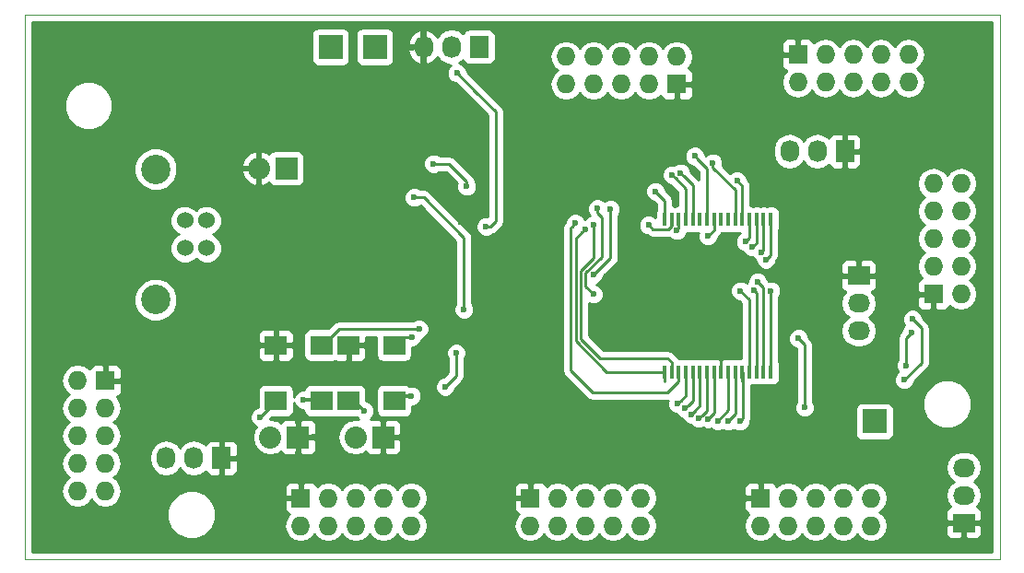
<source format=gbl>
G04 #@! TF.FileFunction,Copper,L2,Bot,Signal*
%FSLAX46Y46*%
G04 Gerber Fmt 4.6, Leading zero omitted, Abs format (unit mm)*
G04 Created by KiCad (PCBNEW 4.0.2-stable) date vie 27 may 2016 00:51:31 CEST*
%MOMM*%
G01*
G04 APERTURE LIST*
%ADD10C,0.100000*%
%ADD11R,1.727200X1.727200*%
%ADD12O,1.727200X1.727200*%
%ADD13R,0.400000X1.200000*%
%ADD14R,2.032000X2.032000*%
%ADD15O,2.032000X2.032000*%
%ADD16R,1.727200X2.032000*%
%ADD17O,1.727200X2.032000*%
%ADD18R,2.235200X2.235200*%
%ADD19C,1.524000*%
%ADD20C,2.700020*%
%ADD21R,2.032000X1.727200*%
%ADD22O,2.032000X1.727200*%
%ADD23R,2.000000X1.800000*%
%ADD24C,0.600000*%
%ADD25C,0.250000*%
%ADD26C,0.350000*%
%ADD27C,0.254000*%
G04 APERTURE END LIST*
D10*
X96520000Y-77470000D02*
X96520000Y-127508000D01*
X186055000Y-77470000D02*
X96520000Y-77470000D01*
X186055000Y-127508000D02*
X186055000Y-77470000D01*
X96520000Y-127508000D02*
X186055000Y-127508000D01*
D11*
X121856500Y-121920000D03*
D12*
X121856500Y-124460000D03*
X124396500Y-121920000D03*
X124396500Y-124460000D03*
X126936500Y-121920000D03*
X126936500Y-124460000D03*
X129476500Y-121920000D03*
X129476500Y-124460000D03*
X132016500Y-121920000D03*
X132016500Y-124460000D03*
D13*
X155272000Y-96314500D03*
X155922000Y-96314500D03*
X156572000Y-96314500D03*
X157222000Y-96314500D03*
X157872000Y-96314500D03*
X158522000Y-96314500D03*
X159172000Y-96314500D03*
X159822000Y-96314500D03*
X160472000Y-96314500D03*
X161122000Y-96314500D03*
X161772000Y-96314500D03*
X162422000Y-96314500D03*
X163072000Y-96314500D03*
X163722000Y-96314500D03*
X164372000Y-96314500D03*
X165022000Y-96314500D03*
X165022000Y-110314500D03*
X164372000Y-110314500D03*
X163722000Y-110314500D03*
X163072000Y-110314500D03*
X162422000Y-110314500D03*
X161772000Y-110314500D03*
X161122000Y-110314500D03*
X160472000Y-110314500D03*
X159822000Y-110314500D03*
X159172000Y-110314500D03*
X158522000Y-110314500D03*
X157872000Y-110314500D03*
X157222000Y-110314500D03*
X156572000Y-110314500D03*
X155922000Y-110314500D03*
X155272000Y-110314500D03*
D14*
X120523000Y-91630500D03*
D15*
X117983000Y-91630500D03*
D16*
X138239500Y-80454500D03*
D17*
X135699500Y-80454500D03*
X133159500Y-80454500D03*
D18*
X128651000Y-80454500D03*
D19*
X113220500Y-98966020D03*
X113220500Y-96426020D03*
X111221520Y-96426020D03*
X111221520Y-98966020D03*
D20*
X108521500Y-103695500D03*
X108521500Y-91696540D03*
D16*
X171831000Y-90043000D03*
D17*
X169291000Y-90043000D03*
X166751000Y-90043000D03*
D21*
X173101000Y-101473000D03*
D22*
X173101000Y-104013000D03*
X173101000Y-106553000D03*
D18*
X124587000Y-80454500D03*
X174561500Y-114871500D03*
D16*
X114554000Y-118237000D03*
D17*
X112014000Y-118237000D03*
X109474000Y-118237000D03*
D21*
X182753000Y-124206000D03*
D22*
X182753000Y-121666000D03*
X182753000Y-119126000D03*
D23*
X123766000Y-112976500D03*
X123766000Y-107876500D03*
X119566000Y-112976500D03*
X119566000Y-107876500D03*
X130433500Y-112976500D03*
X130433500Y-107876500D03*
X126233500Y-112976500D03*
X126233500Y-107876500D03*
D14*
X121602500Y-116332000D03*
D15*
X119062500Y-116332000D03*
D14*
X129413000Y-116332000D03*
D15*
X126873000Y-116332000D03*
D11*
X167513000Y-81153000D03*
D12*
X167513000Y-83693000D03*
X170053000Y-81153000D03*
X170053000Y-83693000D03*
X172593000Y-81153000D03*
X172593000Y-83693000D03*
X175133000Y-81153000D03*
X175133000Y-83693000D03*
X177673000Y-81153000D03*
X177673000Y-83693000D03*
D11*
X156400500Y-83883500D03*
D12*
X156400500Y-81343500D03*
X153860500Y-83883500D03*
X153860500Y-81343500D03*
X151320500Y-83883500D03*
X151320500Y-81343500D03*
X148780500Y-83883500D03*
X148780500Y-81343500D03*
X146240500Y-83883500D03*
X146240500Y-81343500D03*
D11*
X142938500Y-121920000D03*
D12*
X142938500Y-124460000D03*
X145478500Y-121920000D03*
X145478500Y-124460000D03*
X148018500Y-121920000D03*
X148018500Y-124460000D03*
X150558500Y-121920000D03*
X150558500Y-124460000D03*
X153098500Y-121920000D03*
X153098500Y-124460000D03*
D11*
X164084000Y-121920000D03*
D12*
X164084000Y-124460000D03*
X166624000Y-121920000D03*
X166624000Y-124460000D03*
X169164000Y-121920000D03*
X169164000Y-124460000D03*
X171704000Y-121920000D03*
X171704000Y-124460000D03*
X174244000Y-121920000D03*
X174244000Y-124460000D03*
D11*
X179959000Y-103187500D03*
D12*
X182499000Y-103187500D03*
X179959000Y-100647500D03*
X182499000Y-100647500D03*
X179959000Y-98107500D03*
X182499000Y-98107500D03*
X179959000Y-95567500D03*
X182499000Y-95567500D03*
X179959000Y-93027500D03*
X182499000Y-93027500D03*
D11*
X103886000Y-111125000D03*
D12*
X101346000Y-111125000D03*
X103886000Y-113665000D03*
X101346000Y-113665000D03*
X103886000Y-116205000D03*
X101346000Y-116205000D03*
X103886000Y-118745000D03*
X101346000Y-118745000D03*
X103886000Y-121285000D03*
X101346000Y-121285000D03*
D24*
X179959000Y-104902000D03*
X178244500Y-103187500D03*
X104521000Y-109347000D03*
X105600500Y-110871000D03*
X158115000Y-83947000D03*
X156400500Y-85534500D03*
X167449500Y-79375000D03*
X165671500Y-81216500D03*
X171958000Y-88328500D03*
X173609000Y-90043000D03*
X171894500Y-91948000D03*
X175006000Y-101473000D03*
X173355000Y-99695000D03*
X171196000Y-101600000D03*
X184658000Y-124206000D03*
X182753000Y-125857000D03*
X180848000Y-124269500D03*
X164084000Y-120269000D03*
X162242500Y-121920000D03*
X142938500Y-120142000D03*
X141097000Y-121983500D03*
X116205000Y-118300500D03*
X114681000Y-120269000D03*
X114617500Y-116205000D03*
X117856000Y-89725500D03*
X115887500Y-91630500D03*
X117983000Y-93789500D03*
X148764615Y-104329220D03*
X120078500Y-121920000D03*
X121793000Y-120205500D03*
X127825500Y-111506000D03*
X120967500Y-111315500D03*
X119951500Y-110490000D03*
X123063000Y-116268500D03*
X121602500Y-114871500D03*
X121602500Y-117856000D03*
X129476500Y-117983000D03*
X130873500Y-116332000D03*
X129413000Y-114871500D03*
X135404346Y-105384376D03*
X126428500Y-102413436D03*
X135309989Y-102009396D03*
X142613000Y-109812407D03*
X115443000Y-84645500D03*
X115506500Y-85915500D03*
X133096000Y-79248000D03*
X132080000Y-80518000D03*
X133096000Y-81661000D03*
X108394500Y-87312500D03*
X110490000Y-87376000D03*
X109537500Y-89027000D03*
X120269000Y-87122000D03*
X119189500Y-88836500D03*
X117856000Y-87249000D03*
X134366000Y-86233000D03*
X134429500Y-84391500D03*
X131127500Y-86233000D03*
X131127500Y-84201000D03*
X132651500Y-85280500D03*
X126492000Y-100584000D03*
X136588500Y-96520000D03*
X122110500Y-112903000D03*
X132016500Y-112522000D03*
X159258000Y-97853500D03*
X162179000Y-114871500D03*
X161099500Y-114871500D03*
X160147000Y-114808000D03*
X159289441Y-114645716D03*
X158426135Y-114625111D03*
X157738392Y-114216421D03*
X157133836Y-113692464D03*
X156460266Y-113260813D03*
X147077140Y-96656980D03*
X158051500Y-90497480D03*
X147955000Y-97218500D03*
X162242500Y-102870000D03*
X163449000Y-102806500D03*
X163830000Y-102044500D03*
X165036500Y-102870000D03*
X164592000Y-100012500D03*
X164180397Y-99326495D03*
X163322000Y-98869500D03*
X162687000Y-98361500D03*
X156400500Y-97345500D03*
X153797000Y-96837500D03*
X148717000Y-96837500D03*
X154432000Y-93726000D03*
X161925000Y-92773500D03*
X155956000Y-92211980D03*
X156738389Y-92044988D03*
X159702500Y-91122500D03*
X138874500Y-96964500D03*
X136207500Y-82867500D03*
X134048500Y-91186000D03*
X137096500Y-93281500D03*
X127698500Y-113919000D03*
X148763112Y-101358285D03*
X150304500Y-95367020D03*
X148717000Y-103187500D03*
X149098000Y-95313500D03*
X136842500Y-104584500D03*
X132270500Y-94297500D03*
X168148000Y-113601500D03*
X167576500Y-107251500D03*
X136144000Y-108585000D03*
X135128000Y-111696500D03*
X178054000Y-105473500D03*
X177292000Y-111061500D03*
X177990500Y-106680000D03*
X177482500Y-109728000D03*
X132710151Y-106384376D03*
X132080000Y-107124500D03*
X118110000Y-114490500D03*
D25*
X160472000Y-110314500D02*
X160472000Y-109227500D01*
X133159500Y-80454500D02*
X132143500Y-80454500D01*
X132143500Y-80454500D02*
X132080000Y-80518000D01*
D26*
X122110500Y-112903000D02*
X123692500Y-112903000D01*
X123692500Y-112903000D02*
X123766000Y-112976500D01*
X132016500Y-112522000D02*
X130888000Y-112522000D01*
X130888000Y-112522000D02*
X130433500Y-112976500D01*
D25*
X159258000Y-97853500D02*
X159822000Y-97289500D01*
X159822000Y-97289500D02*
X159822000Y-96314500D01*
X162179000Y-114871500D02*
X162478999Y-114571501D01*
X162478999Y-114571501D02*
X162478999Y-110371499D01*
X162478999Y-110371499D02*
X162422000Y-110314500D01*
X162422000Y-111164500D02*
X162422000Y-110314500D01*
X161772000Y-111164500D02*
X161772000Y-110314500D01*
X161772000Y-114199000D02*
X161772000Y-111164500D01*
X161099500Y-114871500D02*
X161772000Y-114199000D01*
X161122000Y-110314500D02*
X161122000Y-113833000D01*
X161122000Y-113833000D02*
X160147000Y-114808000D01*
X159822000Y-114113157D02*
X159589440Y-114345717D01*
X159822000Y-110314500D02*
X159822000Y-114113157D01*
X159589440Y-114345717D02*
X159289441Y-114645716D01*
X159172000Y-110314500D02*
X159172000Y-113879246D01*
X159172000Y-113879246D02*
X158726134Y-114325112D01*
X158726134Y-114325112D02*
X158426135Y-114625111D01*
X158522000Y-110314500D02*
X158522000Y-113432813D01*
X158522000Y-113432813D02*
X158038391Y-113916422D01*
X158038391Y-113916422D02*
X157738392Y-114216421D01*
X157433835Y-113392465D02*
X157133836Y-113692464D01*
X157872000Y-112954300D02*
X157433835Y-113392465D01*
X157872000Y-110314500D02*
X157872000Y-112954300D01*
X157222000Y-112499079D02*
X156760265Y-112960814D01*
X156760265Y-112960814D02*
X156460266Y-113260813D01*
X157222000Y-110314500D02*
X157222000Y-112499079D01*
X148653500Y-112204500D02*
X146668467Y-110219467D01*
X155532000Y-112204500D02*
X148653500Y-112204500D01*
X156572000Y-111164500D02*
X155532000Y-112204500D01*
X156572000Y-110314500D02*
X156572000Y-111164500D01*
X146668467Y-110219467D02*
X146668467Y-97065653D01*
X146777141Y-96956979D02*
X147077140Y-96656980D01*
X146668467Y-97065653D02*
X146777141Y-96956979D01*
X159172000Y-91617980D02*
X158351499Y-90797479D01*
X159172000Y-96314500D02*
X159172000Y-91617980D01*
X158351499Y-90797479D02*
X158051500Y-90497480D01*
X147118478Y-98055022D02*
X147655001Y-97518499D01*
X147655001Y-97518499D02*
X147955000Y-97218500D01*
X155272000Y-110314500D02*
X149937089Y-110314500D01*
X149937089Y-110314500D02*
X147118478Y-107495889D01*
X147118478Y-107495889D02*
X147118478Y-98055022D01*
X155272000Y-110314500D02*
X155272000Y-111164500D01*
X162242500Y-102870000D02*
X163072000Y-103699500D01*
X163072000Y-103699500D02*
X163072000Y-110314500D01*
X163722000Y-110314500D02*
X163722000Y-103079500D01*
X163722000Y-103079500D02*
X163449000Y-102806500D01*
X163830000Y-102044500D02*
X164372000Y-102586500D01*
X164372000Y-102586500D02*
X164372000Y-110314500D01*
X165022000Y-110314500D02*
X165022000Y-102884500D01*
X165022000Y-102884500D02*
X165036500Y-102870000D01*
X164592000Y-100012500D02*
X165022000Y-99582500D01*
X165022000Y-99582500D02*
X165022000Y-96314500D01*
X164372000Y-99134892D02*
X164180397Y-99326495D01*
X164372000Y-96314500D02*
X164372000Y-99134892D01*
X163322000Y-98869500D02*
X163722000Y-98469500D01*
X163722000Y-98469500D02*
X163722000Y-96314500D01*
X162687000Y-98361500D02*
X163072000Y-97976500D01*
X163072000Y-97976500D02*
X163072000Y-96314500D01*
X156400500Y-97345500D02*
X156572000Y-97174000D01*
X156572000Y-97174000D02*
X156572000Y-96314500D01*
X153797000Y-96837500D02*
X154199001Y-97239501D01*
X154199001Y-97239501D02*
X155617499Y-97239501D01*
X155617499Y-97239501D02*
X155922000Y-96935000D01*
X155922000Y-96935000D02*
X155922000Y-96314500D01*
X149352000Y-109093000D02*
X155550500Y-109093000D01*
X148717000Y-96837500D02*
X148717000Y-99884089D01*
X155550500Y-109093000D02*
X155922000Y-109464500D01*
X148717000Y-99884089D02*
X147568489Y-101032600D01*
X147568489Y-101032600D02*
X147568489Y-107309489D01*
X147568489Y-107309489D02*
X149352000Y-109093000D01*
X155922000Y-109464500D02*
X155922000Y-110314500D01*
X154432000Y-93726000D02*
X155272000Y-94566000D01*
X155272000Y-94566000D02*
X155272000Y-96314500D01*
X161925000Y-92773500D02*
X162422000Y-93270500D01*
X162422000Y-93270500D02*
X162422000Y-96314500D01*
X156255999Y-92511979D02*
X155956000Y-92211980D01*
X157222000Y-96314500D02*
X157222000Y-93477980D01*
X157222000Y-93477980D02*
X156255999Y-92511979D01*
X157872000Y-96314500D02*
X157872000Y-93178599D01*
X157038388Y-92344987D02*
X156738389Y-92044988D01*
X157872000Y-93178599D02*
X157038388Y-92344987D01*
X161772000Y-95464500D02*
X161772000Y-96314500D01*
X159702500Y-91546764D02*
X161772000Y-93616264D01*
X159702500Y-91122500D02*
X159702500Y-91546764D01*
X161772000Y-93616264D02*
X161772000Y-95464500D01*
X137922000Y-84582000D02*
X136207500Y-82867500D01*
X139763500Y-96499764D02*
X139763500Y-86423500D01*
X139763500Y-86423500D02*
X137922000Y-84582000D01*
X138874500Y-96964500D02*
X139298764Y-96964500D01*
X139298764Y-96964500D02*
X139763500Y-96499764D01*
X135488764Y-91249500D02*
X134112000Y-91249500D01*
X134112000Y-91249500D02*
X134048500Y-91186000D01*
X137096500Y-93281500D02*
X137096500Y-92857236D01*
X137096500Y-92857236D02*
X135488764Y-91249500D01*
X126233500Y-112976500D02*
X126756000Y-112976500D01*
X126756000Y-112976500D02*
X127698500Y-113919000D01*
X150304500Y-99816897D02*
X149063111Y-101058286D01*
X150304500Y-95367020D02*
X150304500Y-99816897D01*
X149063111Y-101058286D02*
X148763112Y-101358285D01*
X148018500Y-101219000D02*
X148018500Y-102489000D01*
X148018500Y-102489000D02*
X148717000Y-103187500D01*
X149479000Y-99758500D02*
X148018500Y-101219000D01*
X149479000Y-96118764D02*
X149479000Y-99758500D01*
X149098000Y-95313500D02*
X149098000Y-95737764D01*
X149098000Y-95737764D02*
X149479000Y-96118764D01*
X133159500Y-94297500D02*
X136842500Y-97980500D01*
X136842500Y-97980500D02*
X136842500Y-104584500D01*
X132270500Y-94297500D02*
X133159500Y-94297500D01*
X168148000Y-113601500D02*
X168148000Y-107823000D01*
X168148000Y-107823000D02*
X167876499Y-107551499D01*
X167876499Y-107551499D02*
X167576500Y-107251500D01*
X168148000Y-113601500D02*
X168148000Y-110299500D01*
X168021000Y-107696000D02*
X167576500Y-107251500D01*
X135128000Y-111696500D02*
X136144000Y-110680500D01*
X136144000Y-110680500D02*
X136144000Y-108585000D01*
X178879500Y-109474000D02*
X178879500Y-106299000D01*
X178879500Y-106299000D02*
X178054000Y-105473500D01*
X177292000Y-111061500D02*
X178879500Y-109474000D01*
X177482500Y-109728000D02*
X177482500Y-107188000D01*
X177482500Y-107188000D02*
X177990500Y-106680000D01*
X125358124Y-106384376D02*
X132285887Y-106384376D01*
X123866000Y-107876500D02*
X125358124Y-106384376D01*
X123766000Y-107876500D02*
X123866000Y-107876500D01*
X132285887Y-106384376D02*
X132710151Y-106384376D01*
X132080000Y-107124500D02*
X131185500Y-107124500D01*
X131185500Y-107124500D02*
X130433500Y-107876500D01*
X119566000Y-112976500D02*
X119566000Y-113034500D01*
X119566000Y-113034500D02*
X118110000Y-114490500D01*
D27*
G36*
X185370000Y-126823000D02*
X97205000Y-126823000D01*
X97205000Y-123886619D01*
X109588113Y-123886619D01*
X109927655Y-124708372D01*
X110555821Y-125337636D01*
X111376981Y-125678611D01*
X112266119Y-125679387D01*
X113087872Y-125339845D01*
X113717136Y-124711679D01*
X113821642Y-124460000D01*
X120328541Y-124460000D01*
X120442615Y-125033489D01*
X120767471Y-125519670D01*
X121253652Y-125844526D01*
X121827141Y-125958600D01*
X121885859Y-125958600D01*
X122459348Y-125844526D01*
X122945529Y-125519670D01*
X123126500Y-125248828D01*
X123307471Y-125519670D01*
X123793652Y-125844526D01*
X124367141Y-125958600D01*
X124425859Y-125958600D01*
X124999348Y-125844526D01*
X125485529Y-125519670D01*
X125666500Y-125248828D01*
X125847471Y-125519670D01*
X126333652Y-125844526D01*
X126907141Y-125958600D01*
X126965859Y-125958600D01*
X127539348Y-125844526D01*
X128025529Y-125519670D01*
X128206500Y-125248828D01*
X128387471Y-125519670D01*
X128873652Y-125844526D01*
X129447141Y-125958600D01*
X129505859Y-125958600D01*
X130079348Y-125844526D01*
X130565529Y-125519670D01*
X130746500Y-125248828D01*
X130927471Y-125519670D01*
X131413652Y-125844526D01*
X131987141Y-125958600D01*
X132045859Y-125958600D01*
X132619348Y-125844526D01*
X133105529Y-125519670D01*
X133430385Y-125033489D01*
X133544459Y-124460000D01*
X141410541Y-124460000D01*
X141524615Y-125033489D01*
X141849471Y-125519670D01*
X142335652Y-125844526D01*
X142909141Y-125958600D01*
X142967859Y-125958600D01*
X143541348Y-125844526D01*
X144027529Y-125519670D01*
X144208500Y-125248828D01*
X144389471Y-125519670D01*
X144875652Y-125844526D01*
X145449141Y-125958600D01*
X145507859Y-125958600D01*
X146081348Y-125844526D01*
X146567529Y-125519670D01*
X146748500Y-125248828D01*
X146929471Y-125519670D01*
X147415652Y-125844526D01*
X147989141Y-125958600D01*
X148047859Y-125958600D01*
X148621348Y-125844526D01*
X149107529Y-125519670D01*
X149288500Y-125248828D01*
X149469471Y-125519670D01*
X149955652Y-125844526D01*
X150529141Y-125958600D01*
X150587859Y-125958600D01*
X151161348Y-125844526D01*
X151647529Y-125519670D01*
X151828500Y-125248828D01*
X152009471Y-125519670D01*
X152495652Y-125844526D01*
X153069141Y-125958600D01*
X153127859Y-125958600D01*
X153701348Y-125844526D01*
X154187529Y-125519670D01*
X154512385Y-125033489D01*
X154626459Y-124460000D01*
X162556041Y-124460000D01*
X162670115Y-125033489D01*
X162994971Y-125519670D01*
X163481152Y-125844526D01*
X164054641Y-125958600D01*
X164113359Y-125958600D01*
X164686848Y-125844526D01*
X165173029Y-125519670D01*
X165354000Y-125248828D01*
X165534971Y-125519670D01*
X166021152Y-125844526D01*
X166594641Y-125958600D01*
X166653359Y-125958600D01*
X167226848Y-125844526D01*
X167713029Y-125519670D01*
X167894000Y-125248828D01*
X168074971Y-125519670D01*
X168561152Y-125844526D01*
X169134641Y-125958600D01*
X169193359Y-125958600D01*
X169766848Y-125844526D01*
X170253029Y-125519670D01*
X170434000Y-125248828D01*
X170614971Y-125519670D01*
X171101152Y-125844526D01*
X171674641Y-125958600D01*
X171733359Y-125958600D01*
X172306848Y-125844526D01*
X172793029Y-125519670D01*
X172974000Y-125248828D01*
X173154971Y-125519670D01*
X173641152Y-125844526D01*
X174214641Y-125958600D01*
X174273359Y-125958600D01*
X174846848Y-125844526D01*
X175333029Y-125519670D01*
X175657885Y-125033489D01*
X175765643Y-124491750D01*
X181102000Y-124491750D01*
X181102000Y-125195910D01*
X181198673Y-125429299D01*
X181377302Y-125607927D01*
X181610691Y-125704600D01*
X182467250Y-125704600D01*
X182626000Y-125545850D01*
X182626000Y-124333000D01*
X182880000Y-124333000D01*
X182880000Y-125545850D01*
X183038750Y-125704600D01*
X183895309Y-125704600D01*
X184128698Y-125607927D01*
X184307327Y-125429299D01*
X184404000Y-125195910D01*
X184404000Y-124491750D01*
X184245250Y-124333000D01*
X182880000Y-124333000D01*
X182626000Y-124333000D01*
X181260750Y-124333000D01*
X181102000Y-124491750D01*
X175765643Y-124491750D01*
X175771959Y-124460000D01*
X175657885Y-123886511D01*
X175333029Y-123400330D01*
X175018248Y-123190000D01*
X175333029Y-122979670D01*
X175657885Y-122493489D01*
X175771959Y-121920000D01*
X175657885Y-121346511D01*
X175333029Y-120860330D01*
X174846848Y-120535474D01*
X174273359Y-120421400D01*
X174214641Y-120421400D01*
X173641152Y-120535474D01*
X173154971Y-120860330D01*
X172974000Y-121131172D01*
X172793029Y-120860330D01*
X172306848Y-120535474D01*
X171733359Y-120421400D01*
X171674641Y-120421400D01*
X171101152Y-120535474D01*
X170614971Y-120860330D01*
X170434000Y-121131172D01*
X170253029Y-120860330D01*
X169766848Y-120535474D01*
X169193359Y-120421400D01*
X169134641Y-120421400D01*
X168561152Y-120535474D01*
X168074971Y-120860330D01*
X167894000Y-121131172D01*
X167713029Y-120860330D01*
X167226848Y-120535474D01*
X166653359Y-120421400D01*
X166594641Y-120421400D01*
X166021152Y-120535474D01*
X165549644Y-120850526D01*
X165485927Y-120696701D01*
X165307298Y-120518073D01*
X165073909Y-120421400D01*
X164369750Y-120421400D01*
X164211000Y-120580150D01*
X164211000Y-121793000D01*
X164231000Y-121793000D01*
X164231000Y-122047000D01*
X164211000Y-122047000D01*
X164211000Y-122067000D01*
X163957000Y-122067000D01*
X163957000Y-122047000D01*
X162744150Y-122047000D01*
X162585400Y-122205750D01*
X162585400Y-122909910D01*
X162682073Y-123143299D01*
X162860702Y-123321927D01*
X163016023Y-123386263D01*
X162994971Y-123400330D01*
X162670115Y-123886511D01*
X162556041Y-124460000D01*
X154626459Y-124460000D01*
X154512385Y-123886511D01*
X154187529Y-123400330D01*
X153872748Y-123190000D01*
X154187529Y-122979670D01*
X154512385Y-122493489D01*
X154626459Y-121920000D01*
X154512385Y-121346511D01*
X154234142Y-120930090D01*
X162585400Y-120930090D01*
X162585400Y-121634250D01*
X162744150Y-121793000D01*
X163957000Y-121793000D01*
X163957000Y-120580150D01*
X163798250Y-120421400D01*
X163094091Y-120421400D01*
X162860702Y-120518073D01*
X162682073Y-120696701D01*
X162585400Y-120930090D01*
X154234142Y-120930090D01*
X154187529Y-120860330D01*
X153701348Y-120535474D01*
X153127859Y-120421400D01*
X153069141Y-120421400D01*
X152495652Y-120535474D01*
X152009471Y-120860330D01*
X151828500Y-121131172D01*
X151647529Y-120860330D01*
X151161348Y-120535474D01*
X150587859Y-120421400D01*
X150529141Y-120421400D01*
X149955652Y-120535474D01*
X149469471Y-120860330D01*
X149288500Y-121131172D01*
X149107529Y-120860330D01*
X148621348Y-120535474D01*
X148047859Y-120421400D01*
X147989141Y-120421400D01*
X147415652Y-120535474D01*
X146929471Y-120860330D01*
X146748500Y-121131172D01*
X146567529Y-120860330D01*
X146081348Y-120535474D01*
X145507859Y-120421400D01*
X145449141Y-120421400D01*
X144875652Y-120535474D01*
X144404144Y-120850526D01*
X144340427Y-120696701D01*
X144161798Y-120518073D01*
X143928409Y-120421400D01*
X143224250Y-120421400D01*
X143065500Y-120580150D01*
X143065500Y-121793000D01*
X143085500Y-121793000D01*
X143085500Y-122047000D01*
X143065500Y-122047000D01*
X143065500Y-122067000D01*
X142811500Y-122067000D01*
X142811500Y-122047000D01*
X141598650Y-122047000D01*
X141439900Y-122205750D01*
X141439900Y-122909910D01*
X141536573Y-123143299D01*
X141715202Y-123321927D01*
X141870523Y-123386263D01*
X141849471Y-123400330D01*
X141524615Y-123886511D01*
X141410541Y-124460000D01*
X133544459Y-124460000D01*
X133430385Y-123886511D01*
X133105529Y-123400330D01*
X132790748Y-123190000D01*
X133105529Y-122979670D01*
X133430385Y-122493489D01*
X133544459Y-121920000D01*
X133430385Y-121346511D01*
X133152142Y-120930090D01*
X141439900Y-120930090D01*
X141439900Y-121634250D01*
X141598650Y-121793000D01*
X142811500Y-121793000D01*
X142811500Y-120580150D01*
X142652750Y-120421400D01*
X141948591Y-120421400D01*
X141715202Y-120518073D01*
X141536573Y-120696701D01*
X141439900Y-120930090D01*
X133152142Y-120930090D01*
X133105529Y-120860330D01*
X132619348Y-120535474D01*
X132045859Y-120421400D01*
X131987141Y-120421400D01*
X131413652Y-120535474D01*
X130927471Y-120860330D01*
X130746500Y-121131172D01*
X130565529Y-120860330D01*
X130079348Y-120535474D01*
X129505859Y-120421400D01*
X129447141Y-120421400D01*
X128873652Y-120535474D01*
X128387471Y-120860330D01*
X128206500Y-121131172D01*
X128025529Y-120860330D01*
X127539348Y-120535474D01*
X126965859Y-120421400D01*
X126907141Y-120421400D01*
X126333652Y-120535474D01*
X125847471Y-120860330D01*
X125666500Y-121131172D01*
X125485529Y-120860330D01*
X124999348Y-120535474D01*
X124425859Y-120421400D01*
X124367141Y-120421400D01*
X123793652Y-120535474D01*
X123322144Y-120850526D01*
X123258427Y-120696701D01*
X123079798Y-120518073D01*
X122846409Y-120421400D01*
X122142250Y-120421400D01*
X121983500Y-120580150D01*
X121983500Y-121793000D01*
X122003500Y-121793000D01*
X122003500Y-122047000D01*
X121983500Y-122047000D01*
X121983500Y-122067000D01*
X121729500Y-122067000D01*
X121729500Y-122047000D01*
X120516650Y-122047000D01*
X120357900Y-122205750D01*
X120357900Y-122909910D01*
X120454573Y-123143299D01*
X120633202Y-123321927D01*
X120788523Y-123386263D01*
X120767471Y-123400330D01*
X120442615Y-123886511D01*
X120328541Y-124460000D01*
X113821642Y-124460000D01*
X114058111Y-123890519D01*
X114058887Y-123001381D01*
X113719345Y-122179628D01*
X113091179Y-121550364D01*
X112270019Y-121209389D01*
X111380881Y-121208613D01*
X110559128Y-121548155D01*
X109929864Y-122176321D01*
X109588889Y-122997481D01*
X109588113Y-123886619D01*
X97205000Y-123886619D01*
X97205000Y-111095641D01*
X99847400Y-111095641D01*
X99847400Y-111154359D01*
X99961474Y-111727848D01*
X100286330Y-112214029D01*
X100557172Y-112395000D01*
X100286330Y-112575971D01*
X99961474Y-113062152D01*
X99847400Y-113635641D01*
X99847400Y-113694359D01*
X99961474Y-114267848D01*
X100286330Y-114754029D01*
X100557172Y-114935000D01*
X100286330Y-115115971D01*
X99961474Y-115602152D01*
X99847400Y-116175641D01*
X99847400Y-116234359D01*
X99961474Y-116807848D01*
X100286330Y-117294029D01*
X100557172Y-117475000D01*
X100286330Y-117655971D01*
X99961474Y-118142152D01*
X99847400Y-118715641D01*
X99847400Y-118774359D01*
X99961474Y-119347848D01*
X100286330Y-119834029D01*
X100557172Y-120015000D01*
X100286330Y-120195971D01*
X99961474Y-120682152D01*
X99847400Y-121255641D01*
X99847400Y-121314359D01*
X99961474Y-121887848D01*
X100286330Y-122374029D01*
X100772511Y-122698885D01*
X101346000Y-122812959D01*
X101919489Y-122698885D01*
X102405670Y-122374029D01*
X102616000Y-122059248D01*
X102826330Y-122374029D01*
X103312511Y-122698885D01*
X103886000Y-122812959D01*
X104459489Y-122698885D01*
X104945670Y-122374029D01*
X105270526Y-121887848D01*
X105384600Y-121314359D01*
X105384600Y-121255641D01*
X105319844Y-120930090D01*
X120357900Y-120930090D01*
X120357900Y-121634250D01*
X120516650Y-121793000D01*
X121729500Y-121793000D01*
X121729500Y-120580150D01*
X121570750Y-120421400D01*
X120866591Y-120421400D01*
X120633202Y-120518073D01*
X120454573Y-120696701D01*
X120357900Y-120930090D01*
X105319844Y-120930090D01*
X105270526Y-120682152D01*
X104945670Y-120195971D01*
X104674828Y-120015000D01*
X104945670Y-119834029D01*
X105270526Y-119347848D01*
X105384600Y-118774359D01*
X105384600Y-118715641D01*
X105270526Y-118142152D01*
X105210459Y-118052255D01*
X107975400Y-118052255D01*
X107975400Y-118421745D01*
X108089474Y-118995234D01*
X108414330Y-119481415D01*
X108900511Y-119806271D01*
X109474000Y-119920345D01*
X110047489Y-119806271D01*
X110533670Y-119481415D01*
X110744000Y-119166634D01*
X110954330Y-119481415D01*
X111440511Y-119806271D01*
X112014000Y-119920345D01*
X112587489Y-119806271D01*
X113073670Y-119481415D01*
X113088500Y-119459220D01*
X113152073Y-119612698D01*
X113330701Y-119791327D01*
X113564090Y-119888000D01*
X114268250Y-119888000D01*
X114427000Y-119729250D01*
X114427000Y-118364000D01*
X114681000Y-118364000D01*
X114681000Y-119729250D01*
X114839750Y-119888000D01*
X115543910Y-119888000D01*
X115777299Y-119791327D01*
X115955927Y-119612698D01*
X116052600Y-119379309D01*
X116052600Y-119126000D01*
X181069655Y-119126000D01*
X181183729Y-119699489D01*
X181508585Y-120185670D01*
X181823366Y-120396000D01*
X181508585Y-120606330D01*
X181183729Y-121092511D01*
X181069655Y-121666000D01*
X181183729Y-122239489D01*
X181508585Y-122725670D01*
X181530780Y-122740500D01*
X181377302Y-122804073D01*
X181198673Y-122982701D01*
X181102000Y-123216090D01*
X181102000Y-123920250D01*
X181260750Y-124079000D01*
X182626000Y-124079000D01*
X182626000Y-124059000D01*
X182880000Y-124059000D01*
X182880000Y-124079000D01*
X184245250Y-124079000D01*
X184404000Y-123920250D01*
X184404000Y-123216090D01*
X184307327Y-122982701D01*
X184128698Y-122804073D01*
X183975220Y-122740500D01*
X183997415Y-122725670D01*
X184322271Y-122239489D01*
X184436345Y-121666000D01*
X184322271Y-121092511D01*
X183997415Y-120606330D01*
X183682634Y-120396000D01*
X183997415Y-120185670D01*
X184322271Y-119699489D01*
X184436345Y-119126000D01*
X184322271Y-118552511D01*
X183997415Y-118066330D01*
X183511234Y-117741474D01*
X182937745Y-117627400D01*
X182568255Y-117627400D01*
X181994766Y-117741474D01*
X181508585Y-118066330D01*
X181183729Y-118552511D01*
X181069655Y-119126000D01*
X116052600Y-119126000D01*
X116052600Y-118522750D01*
X115893850Y-118364000D01*
X114681000Y-118364000D01*
X114427000Y-118364000D01*
X114407000Y-118364000D01*
X114407000Y-118110000D01*
X114427000Y-118110000D01*
X114427000Y-116744750D01*
X114681000Y-116744750D01*
X114681000Y-118110000D01*
X115893850Y-118110000D01*
X116052600Y-117951250D01*
X116052600Y-117094691D01*
X115955927Y-116861302D01*
X115777299Y-116682673D01*
X115543910Y-116586000D01*
X114839750Y-116586000D01*
X114681000Y-116744750D01*
X114427000Y-116744750D01*
X114268250Y-116586000D01*
X113564090Y-116586000D01*
X113330701Y-116682673D01*
X113152073Y-116861302D01*
X113088500Y-117014780D01*
X113073670Y-116992585D01*
X112587489Y-116667729D01*
X112014000Y-116553655D01*
X111440511Y-116667729D01*
X110954330Y-116992585D01*
X110744000Y-117307366D01*
X110533670Y-116992585D01*
X110047489Y-116667729D01*
X109474000Y-116553655D01*
X108900511Y-116667729D01*
X108414330Y-116992585D01*
X108089474Y-117478766D01*
X107975400Y-118052255D01*
X105210459Y-118052255D01*
X104945670Y-117655971D01*
X104674828Y-117475000D01*
X104945670Y-117294029D01*
X105270526Y-116807848D01*
X105384600Y-116234359D01*
X105384600Y-116175641D01*
X105270526Y-115602152D01*
X104945670Y-115115971D01*
X104674828Y-114935000D01*
X104945670Y-114754029D01*
X104998029Y-114675667D01*
X117174838Y-114675667D01*
X117316883Y-115019443D01*
X117579673Y-115282692D01*
X117747862Y-115352530D01*
X117537175Y-115667845D01*
X117411500Y-116299655D01*
X117411500Y-116364345D01*
X117537175Y-116996155D01*
X117895067Y-117531778D01*
X118430690Y-117889670D01*
X119062500Y-118015345D01*
X119694310Y-117889670D01*
X120030501Y-117665034D01*
X120048173Y-117707698D01*
X120226801Y-117886327D01*
X120460190Y-117983000D01*
X121316750Y-117983000D01*
X121475500Y-117824250D01*
X121475500Y-116459000D01*
X121729500Y-116459000D01*
X121729500Y-117824250D01*
X121888250Y-117983000D01*
X122744810Y-117983000D01*
X122978199Y-117886327D01*
X123156827Y-117707698D01*
X123253500Y-117474309D01*
X123253500Y-116617750D01*
X123094750Y-116459000D01*
X121729500Y-116459000D01*
X121475500Y-116459000D01*
X121455500Y-116459000D01*
X121455500Y-116205000D01*
X121475500Y-116205000D01*
X121475500Y-114839750D01*
X121729500Y-114839750D01*
X121729500Y-116205000D01*
X123094750Y-116205000D01*
X123253500Y-116046250D01*
X123253500Y-115189691D01*
X123156827Y-114956302D01*
X122978199Y-114777673D01*
X122744810Y-114681000D01*
X121888250Y-114681000D01*
X121729500Y-114839750D01*
X121475500Y-114839750D01*
X121316750Y-114681000D01*
X120460190Y-114681000D01*
X120226801Y-114777673D01*
X120048173Y-114956302D01*
X120030501Y-114998966D01*
X119694310Y-114774330D01*
X119062500Y-114648655D01*
X119044860Y-114652164D01*
X119044879Y-114630423D01*
X119151362Y-114523940D01*
X120566000Y-114523940D01*
X120801317Y-114479662D01*
X121017441Y-114340590D01*
X121162431Y-114128390D01*
X121213440Y-113876500D01*
X121213440Y-113180381D01*
X121317383Y-113431943D01*
X121580173Y-113695192D01*
X121923701Y-113837838D01*
X122118560Y-113838008D01*
X122118560Y-113876500D01*
X122162838Y-114111817D01*
X122301910Y-114327941D01*
X122514110Y-114472931D01*
X122766000Y-114523940D01*
X124766000Y-114523940D01*
X125001317Y-114479662D01*
X125004556Y-114477578D01*
X125233500Y-114523940D01*
X126981247Y-114523940D01*
X127163411Y-114706421D01*
X126873000Y-114648655D01*
X126241190Y-114774330D01*
X125705567Y-115132222D01*
X125347675Y-115667845D01*
X125222000Y-116299655D01*
X125222000Y-116364345D01*
X125347675Y-116996155D01*
X125705567Y-117531778D01*
X126241190Y-117889670D01*
X126873000Y-118015345D01*
X127504810Y-117889670D01*
X127841001Y-117665034D01*
X127858673Y-117707698D01*
X128037301Y-117886327D01*
X128270690Y-117983000D01*
X129127250Y-117983000D01*
X129286000Y-117824250D01*
X129286000Y-116459000D01*
X129540000Y-116459000D01*
X129540000Y-117824250D01*
X129698750Y-117983000D01*
X130555310Y-117983000D01*
X130788699Y-117886327D01*
X130967327Y-117707698D01*
X131064000Y-117474309D01*
X131064000Y-116617750D01*
X130905250Y-116459000D01*
X129540000Y-116459000D01*
X129286000Y-116459000D01*
X129266000Y-116459000D01*
X129266000Y-116205000D01*
X129286000Y-116205000D01*
X129286000Y-114839750D01*
X129540000Y-114839750D01*
X129540000Y-116205000D01*
X130905250Y-116205000D01*
X131064000Y-116046250D01*
X131064000Y-115189691D01*
X130967327Y-114956302D01*
X130788699Y-114777673D01*
X130555310Y-114681000D01*
X129698750Y-114681000D01*
X129540000Y-114839750D01*
X129286000Y-114839750D01*
X129127250Y-114681000D01*
X128270690Y-114681000D01*
X128250050Y-114689549D01*
X128490692Y-114449327D01*
X128633338Y-114105799D01*
X128633662Y-113733833D01*
X128491617Y-113390057D01*
X128228827Y-113126808D01*
X127885299Y-112984162D01*
X127880940Y-112984158D01*
X127880940Y-112076500D01*
X128786060Y-112076500D01*
X128786060Y-113876500D01*
X128830338Y-114111817D01*
X128969410Y-114327941D01*
X129181610Y-114472931D01*
X129433500Y-114523940D01*
X131433500Y-114523940D01*
X131668817Y-114479662D01*
X131884941Y-114340590D01*
X132029931Y-114128390D01*
X132080940Y-113876500D01*
X132080940Y-113457057D01*
X132201667Y-113457162D01*
X132545443Y-113315117D01*
X132808692Y-113052327D01*
X132951338Y-112708799D01*
X132951662Y-112336833D01*
X132809617Y-111993057D01*
X132698422Y-111881667D01*
X134192838Y-111881667D01*
X134334883Y-112225443D01*
X134597673Y-112488692D01*
X134941201Y-112631338D01*
X135313167Y-112631662D01*
X135656943Y-112489617D01*
X135920192Y-112226827D01*
X136062838Y-111883299D01*
X136062879Y-111836423D01*
X136681401Y-111217901D01*
X136846148Y-110971339D01*
X136904000Y-110680500D01*
X136904000Y-109147463D01*
X136936192Y-109115327D01*
X137078838Y-108771799D01*
X137079162Y-108399833D01*
X136937117Y-108056057D01*
X136674327Y-107792808D01*
X136330799Y-107650162D01*
X135958833Y-107649838D01*
X135615057Y-107791883D01*
X135351808Y-108054673D01*
X135209162Y-108398201D01*
X135208838Y-108770167D01*
X135350883Y-109113943D01*
X135384000Y-109147118D01*
X135384000Y-110365698D01*
X134988320Y-110761378D01*
X134942833Y-110761338D01*
X134599057Y-110903383D01*
X134335808Y-111166173D01*
X134193162Y-111509701D01*
X134192838Y-111881667D01*
X132698422Y-111881667D01*
X132546827Y-111729808D01*
X132203299Y-111587162D01*
X131841665Y-111586847D01*
X131685390Y-111480069D01*
X131433500Y-111429060D01*
X129433500Y-111429060D01*
X129198183Y-111473338D01*
X128982059Y-111612410D01*
X128837069Y-111824610D01*
X128786060Y-112076500D01*
X127880940Y-112076500D01*
X127836662Y-111841183D01*
X127697590Y-111625059D01*
X127485390Y-111480069D01*
X127233500Y-111429060D01*
X125233500Y-111429060D01*
X124998183Y-111473338D01*
X124994944Y-111475422D01*
X124766000Y-111429060D01*
X122766000Y-111429060D01*
X122530683Y-111473338D01*
X122314559Y-111612410D01*
X122169569Y-111824610D01*
X122140527Y-111968025D01*
X121925333Y-111967838D01*
X121581557Y-112109883D01*
X121318308Y-112372673D01*
X121213440Y-112625222D01*
X121213440Y-112076500D01*
X121169162Y-111841183D01*
X121030090Y-111625059D01*
X120817890Y-111480069D01*
X120566000Y-111429060D01*
X118566000Y-111429060D01*
X118330683Y-111473338D01*
X118114559Y-111612410D01*
X117969569Y-111824610D01*
X117918560Y-112076500D01*
X117918560Y-113557930D01*
X117581057Y-113697383D01*
X117317808Y-113960173D01*
X117175162Y-114303701D01*
X117174838Y-114675667D01*
X104998029Y-114675667D01*
X105270526Y-114267848D01*
X105384600Y-113694359D01*
X105384600Y-113635641D01*
X105270526Y-113062152D01*
X104955474Y-112590644D01*
X105109299Y-112526927D01*
X105287927Y-112348298D01*
X105384600Y-112114909D01*
X105384600Y-111410750D01*
X105225850Y-111252000D01*
X104013000Y-111252000D01*
X104013000Y-111272000D01*
X103759000Y-111272000D01*
X103759000Y-111252000D01*
X103739000Y-111252000D01*
X103739000Y-110998000D01*
X103759000Y-110998000D01*
X103759000Y-109785150D01*
X104013000Y-109785150D01*
X104013000Y-110998000D01*
X105225850Y-110998000D01*
X105384600Y-110839250D01*
X105384600Y-110135091D01*
X105287927Y-109901702D01*
X105109299Y-109723073D01*
X104875910Y-109626400D01*
X104171750Y-109626400D01*
X104013000Y-109785150D01*
X103759000Y-109785150D01*
X103600250Y-109626400D01*
X102896090Y-109626400D01*
X102662701Y-109723073D01*
X102484073Y-109901702D01*
X102419737Y-110057023D01*
X102405670Y-110035971D01*
X101919489Y-109711115D01*
X101346000Y-109597041D01*
X100772511Y-109711115D01*
X100286330Y-110035971D01*
X99961474Y-110522152D01*
X99847400Y-111095641D01*
X97205000Y-111095641D01*
X97205000Y-108162250D01*
X117931000Y-108162250D01*
X117931000Y-108902809D01*
X118027673Y-109136198D01*
X118206301Y-109314827D01*
X118439690Y-109411500D01*
X119280250Y-109411500D01*
X119439000Y-109252750D01*
X119439000Y-108003500D01*
X119693000Y-108003500D01*
X119693000Y-109252750D01*
X119851750Y-109411500D01*
X120692310Y-109411500D01*
X120925699Y-109314827D01*
X121104327Y-109136198D01*
X121201000Y-108902809D01*
X121201000Y-108162250D01*
X121042250Y-108003500D01*
X119693000Y-108003500D01*
X119439000Y-108003500D01*
X118089750Y-108003500D01*
X117931000Y-108162250D01*
X97205000Y-108162250D01*
X97205000Y-106850191D01*
X117931000Y-106850191D01*
X117931000Y-107590750D01*
X118089750Y-107749500D01*
X119439000Y-107749500D01*
X119439000Y-106500250D01*
X119693000Y-106500250D01*
X119693000Y-107749500D01*
X121042250Y-107749500D01*
X121201000Y-107590750D01*
X121201000Y-106976500D01*
X122118560Y-106976500D01*
X122118560Y-108776500D01*
X122162838Y-109011817D01*
X122301910Y-109227941D01*
X122514110Y-109372931D01*
X122766000Y-109423940D01*
X124766000Y-109423940D01*
X125001317Y-109379662D01*
X125012678Y-109372352D01*
X125107190Y-109411500D01*
X125947750Y-109411500D01*
X126106500Y-109252750D01*
X126106500Y-108003500D01*
X126360500Y-108003500D01*
X126360500Y-109252750D01*
X126519250Y-109411500D01*
X127359810Y-109411500D01*
X127593199Y-109314827D01*
X127771827Y-109136198D01*
X127868500Y-108902809D01*
X127868500Y-108162250D01*
X127709750Y-108003500D01*
X126360500Y-108003500D01*
X126106500Y-108003500D01*
X126086500Y-108003500D01*
X126086500Y-107749500D01*
X126106500Y-107749500D01*
X126106500Y-107729500D01*
X126360500Y-107729500D01*
X126360500Y-107749500D01*
X127709750Y-107749500D01*
X127868500Y-107590750D01*
X127868500Y-107144376D01*
X128786060Y-107144376D01*
X128786060Y-108776500D01*
X128830338Y-109011817D01*
X128969410Y-109227941D01*
X129181610Y-109372931D01*
X129433500Y-109423940D01*
X131433500Y-109423940D01*
X131668817Y-109379662D01*
X131884941Y-109240590D01*
X132029931Y-109028390D01*
X132080940Y-108776500D01*
X132080940Y-108059502D01*
X132265167Y-108059662D01*
X132608943Y-107917617D01*
X132872192Y-107654827D01*
X133014838Y-107311299D01*
X133014874Y-107270139D01*
X133239094Y-107177493D01*
X133502343Y-106914703D01*
X133644989Y-106571175D01*
X133645313Y-106199209D01*
X133503268Y-105855433D01*
X133240478Y-105592184D01*
X132896950Y-105449538D01*
X132524984Y-105449214D01*
X132181208Y-105591259D01*
X132148033Y-105624376D01*
X125358124Y-105624376D01*
X125067285Y-105682228D01*
X124820723Y-105846975D01*
X124338638Y-106329060D01*
X122766000Y-106329060D01*
X122530683Y-106373338D01*
X122314559Y-106512410D01*
X122169569Y-106724610D01*
X122118560Y-106976500D01*
X121201000Y-106976500D01*
X121201000Y-106850191D01*
X121104327Y-106616802D01*
X120925699Y-106438173D01*
X120692310Y-106341500D01*
X119851750Y-106341500D01*
X119693000Y-106500250D01*
X119439000Y-106500250D01*
X119280250Y-106341500D01*
X118439690Y-106341500D01*
X118206301Y-106438173D01*
X118027673Y-106616802D01*
X117931000Y-106850191D01*
X97205000Y-106850191D01*
X97205000Y-104088611D01*
X106536146Y-104088611D01*
X106837709Y-104818449D01*
X107395614Y-105377329D01*
X108124925Y-105680165D01*
X108914611Y-105680854D01*
X109644449Y-105379291D01*
X110203329Y-104821386D01*
X110506165Y-104092075D01*
X110506854Y-103302389D01*
X110205291Y-102572551D01*
X109647386Y-102013671D01*
X108918075Y-101710835D01*
X108128389Y-101710146D01*
X107398551Y-102011709D01*
X106839671Y-102569614D01*
X106536835Y-103298925D01*
X106536146Y-104088611D01*
X97205000Y-104088611D01*
X97205000Y-96702681D01*
X109824278Y-96702681D01*
X110036510Y-97216323D01*
X110429150Y-97609649D01*
X110637032Y-97695969D01*
X110431217Y-97781010D01*
X110037891Y-98173650D01*
X109824763Y-98686920D01*
X109824278Y-99242681D01*
X110036510Y-99756323D01*
X110429150Y-100149649D01*
X110942420Y-100362777D01*
X111498181Y-100363262D01*
X112011823Y-100151030D01*
X112221030Y-99942188D01*
X112428130Y-100149649D01*
X112941400Y-100362777D01*
X113497161Y-100363262D01*
X114010803Y-100151030D01*
X114404129Y-99758390D01*
X114617257Y-99245120D01*
X114617742Y-98689359D01*
X114405510Y-98175717D01*
X114012870Y-97782391D01*
X113804988Y-97696071D01*
X114010803Y-97611030D01*
X114404129Y-97218390D01*
X114617257Y-96705120D01*
X114617742Y-96149359D01*
X114405510Y-95635717D01*
X114012870Y-95242391D01*
X113499600Y-95029263D01*
X112943839Y-95028778D01*
X112430197Y-95241010D01*
X112220990Y-95449852D01*
X112013890Y-95242391D01*
X111500620Y-95029263D01*
X110944859Y-95028778D01*
X110431217Y-95241010D01*
X110037891Y-95633650D01*
X109824763Y-96146920D01*
X109824278Y-96702681D01*
X97205000Y-96702681D01*
X97205000Y-94482667D01*
X131335338Y-94482667D01*
X131477383Y-94826443D01*
X131740173Y-95089692D01*
X132083701Y-95232338D01*
X132455667Y-95232662D01*
X132799443Y-95090617D01*
X132832618Y-95057500D01*
X132844698Y-95057500D01*
X136082500Y-98295302D01*
X136082500Y-104022037D01*
X136050308Y-104054173D01*
X135907662Y-104397701D01*
X135907338Y-104769667D01*
X136049383Y-105113443D01*
X136312173Y-105376692D01*
X136655701Y-105519338D01*
X137027667Y-105519662D01*
X137371443Y-105377617D01*
X137634692Y-105114827D01*
X137777338Y-104771299D01*
X137777662Y-104399333D01*
X137635617Y-104055557D01*
X137602500Y-104022382D01*
X137602500Y-97980500D01*
X137544648Y-97689661D01*
X137379901Y-97443099D01*
X133696901Y-93760099D01*
X133450339Y-93595352D01*
X133159500Y-93537500D01*
X132832963Y-93537500D01*
X132800827Y-93505308D01*
X132457299Y-93362662D01*
X132085333Y-93362338D01*
X131741557Y-93504383D01*
X131478308Y-93767173D01*
X131335662Y-94110701D01*
X131335338Y-94482667D01*
X97205000Y-94482667D01*
X97205000Y-92089651D01*
X106536146Y-92089651D01*
X106837709Y-92819489D01*
X107395614Y-93378369D01*
X108124925Y-93681205D01*
X108914611Y-93681894D01*
X109644449Y-93380331D01*
X110203329Y-92822426D01*
X110506165Y-92093115D01*
X110506234Y-92013446D01*
X116377017Y-92013446D01*
X116645812Y-92598879D01*
X117118182Y-93036885D01*
X117600056Y-93236475D01*
X117856000Y-93117336D01*
X117856000Y-91757500D01*
X116495633Y-91757500D01*
X116377017Y-92013446D01*
X110506234Y-92013446D01*
X110506854Y-91303429D01*
X110483767Y-91247554D01*
X116377017Y-91247554D01*
X116495633Y-91503500D01*
X117856000Y-91503500D01*
X117856000Y-90143664D01*
X118110000Y-90143664D01*
X118110000Y-91503500D01*
X118130000Y-91503500D01*
X118130000Y-91757500D01*
X118110000Y-91757500D01*
X118110000Y-93117336D01*
X118365944Y-93236475D01*
X118847818Y-93036885D01*
X118945398Y-92946403D01*
X119042910Y-93097941D01*
X119255110Y-93242931D01*
X119507000Y-93293940D01*
X121539000Y-93293940D01*
X121774317Y-93249662D01*
X121990441Y-93110590D01*
X122135431Y-92898390D01*
X122186440Y-92646500D01*
X122186440Y-91371167D01*
X133113338Y-91371167D01*
X133255383Y-91714943D01*
X133518173Y-91978192D01*
X133861701Y-92120838D01*
X134233667Y-92121162D01*
X134503910Y-92009500D01*
X135173962Y-92009500D01*
X136190269Y-93025807D01*
X136161662Y-93094701D01*
X136161338Y-93466667D01*
X136303383Y-93810443D01*
X136566173Y-94073692D01*
X136909701Y-94216338D01*
X137281667Y-94216662D01*
X137625443Y-94074617D01*
X137888692Y-93811827D01*
X138031338Y-93468299D01*
X138031662Y-93096333D01*
X137889617Y-92752557D01*
X137822255Y-92685078D01*
X137798648Y-92566397D01*
X137633901Y-92319835D01*
X136026165Y-90712099D01*
X135779603Y-90547352D01*
X135488764Y-90489500D01*
X134674352Y-90489500D01*
X134578827Y-90393808D01*
X134235299Y-90251162D01*
X133863333Y-90250838D01*
X133519557Y-90392883D01*
X133256308Y-90655673D01*
X133113662Y-90999201D01*
X133113338Y-91371167D01*
X122186440Y-91371167D01*
X122186440Y-90614500D01*
X122142162Y-90379183D01*
X122003090Y-90163059D01*
X121790890Y-90018069D01*
X121539000Y-89967060D01*
X119507000Y-89967060D01*
X119271683Y-90011338D01*
X119055559Y-90150410D01*
X118944160Y-90313448D01*
X118847818Y-90224115D01*
X118365944Y-90024525D01*
X118110000Y-90143664D01*
X117856000Y-90143664D01*
X117600056Y-90024525D01*
X117118182Y-90224115D01*
X116645812Y-90662121D01*
X116377017Y-91247554D01*
X110483767Y-91247554D01*
X110205291Y-90573591D01*
X109647386Y-90014711D01*
X108918075Y-89711875D01*
X108128389Y-89711186D01*
X107398551Y-90012749D01*
X106839671Y-90570654D01*
X106536835Y-91299965D01*
X106536146Y-92089651D01*
X97205000Y-92089651D01*
X97205000Y-86294619D01*
X100126613Y-86294619D01*
X100466155Y-87116372D01*
X101094321Y-87745636D01*
X101915481Y-88086611D01*
X102804619Y-88087387D01*
X103626372Y-87747845D01*
X104255636Y-87119679D01*
X104596611Y-86298519D01*
X104597387Y-85409381D01*
X104257845Y-84587628D01*
X103629679Y-83958364D01*
X102808519Y-83617389D01*
X101919381Y-83616613D01*
X101097628Y-83956155D01*
X100468364Y-84584321D01*
X100127389Y-85405481D01*
X100126613Y-86294619D01*
X97205000Y-86294619D01*
X97205000Y-79336900D01*
X122821960Y-79336900D01*
X122821960Y-81572100D01*
X122866238Y-81807417D01*
X123005310Y-82023541D01*
X123217510Y-82168531D01*
X123469400Y-82219540D01*
X125704600Y-82219540D01*
X125939917Y-82175262D01*
X126156041Y-82036190D01*
X126301031Y-81823990D01*
X126352040Y-81572100D01*
X126352040Y-79336900D01*
X126885960Y-79336900D01*
X126885960Y-81572100D01*
X126930238Y-81807417D01*
X127069310Y-82023541D01*
X127281510Y-82168531D01*
X127533400Y-82219540D01*
X129768600Y-82219540D01*
X130003917Y-82175262D01*
X130220041Y-82036190D01*
X130365031Y-81823990D01*
X130416040Y-81572100D01*
X130416040Y-80816413D01*
X131674316Y-80816413D01*
X131867546Y-81368820D01*
X132257464Y-81805232D01*
X132784709Y-82059209D01*
X132800474Y-82061858D01*
X133032500Y-81940717D01*
X133032500Y-80581500D01*
X131818576Y-80581500D01*
X131674316Y-80816413D01*
X130416040Y-80816413D01*
X130416040Y-80092587D01*
X131674316Y-80092587D01*
X131818576Y-80327500D01*
X133032500Y-80327500D01*
X133032500Y-78968283D01*
X133286500Y-78968283D01*
X133286500Y-80327500D01*
X133306500Y-80327500D01*
X133306500Y-80581500D01*
X133286500Y-80581500D01*
X133286500Y-81940717D01*
X133518526Y-82061858D01*
X133534291Y-82059209D01*
X134061536Y-81805232D01*
X134433039Y-81389431D01*
X134639830Y-81698915D01*
X135126011Y-82023771D01*
X135629027Y-82123827D01*
X135415308Y-82337173D01*
X135272662Y-82680701D01*
X135272338Y-83052667D01*
X135414383Y-83396443D01*
X135677173Y-83659692D01*
X136020701Y-83802338D01*
X136067577Y-83802379D01*
X139003500Y-86738302D01*
X139003500Y-96029612D01*
X138689333Y-96029338D01*
X138345557Y-96171383D01*
X138082308Y-96434173D01*
X137939662Y-96777701D01*
X137939338Y-97149667D01*
X138081383Y-97493443D01*
X138344173Y-97756692D01*
X138687701Y-97899338D01*
X139059667Y-97899662D01*
X139403443Y-97757617D01*
X139470922Y-97690255D01*
X139589603Y-97666648D01*
X139836165Y-97501901D01*
X140272413Y-97065653D01*
X145908467Y-97065653D01*
X145908467Y-110219467D01*
X145966319Y-110510306D01*
X146131066Y-110756868D01*
X148116099Y-112741901D01*
X148362661Y-112906648D01*
X148653500Y-112964500D01*
X155532000Y-112964500D01*
X155574405Y-112956065D01*
X155525428Y-113074014D01*
X155525104Y-113445980D01*
X155667149Y-113789756D01*
X155929939Y-114053005D01*
X156273467Y-114195651D01*
X156330097Y-114195700D01*
X156340719Y-114221407D01*
X156603509Y-114484656D01*
X156886025Y-114601967D01*
X156945275Y-114745364D01*
X157208065Y-115008613D01*
X157551593Y-115151259D01*
X157631892Y-115151329D01*
X157633018Y-115154054D01*
X157895808Y-115417303D01*
X158239336Y-115559949D01*
X158611302Y-115560273D01*
X158833098Y-115468629D01*
X159102642Y-115580554D01*
X159474608Y-115580878D01*
X159561537Y-115544960D01*
X159616673Y-115600192D01*
X159960201Y-115742838D01*
X160332167Y-115743162D01*
X160556127Y-115650624D01*
X160569173Y-115663692D01*
X160912701Y-115806338D01*
X161284667Y-115806662D01*
X161628443Y-115664617D01*
X161639038Y-115654040D01*
X161648673Y-115663692D01*
X161992201Y-115806338D01*
X162364167Y-115806662D01*
X162707943Y-115664617D01*
X162971192Y-115401827D01*
X163113838Y-115058299D01*
X163113921Y-114962951D01*
X163181147Y-114862340D01*
X163238999Y-114571501D01*
X163238999Y-111561940D01*
X163272000Y-111561940D01*
X163401589Y-111537556D01*
X163522000Y-111561940D01*
X163922000Y-111561940D01*
X164051589Y-111537556D01*
X164172000Y-111561940D01*
X164572000Y-111561940D01*
X164701589Y-111537556D01*
X164822000Y-111561940D01*
X165222000Y-111561940D01*
X165457317Y-111517662D01*
X165673441Y-111378590D01*
X165818431Y-111166390D01*
X165869440Y-110914500D01*
X165869440Y-109714500D01*
X165825162Y-109479183D01*
X165782000Y-109412107D01*
X165782000Y-107436667D01*
X166641338Y-107436667D01*
X166783383Y-107780443D01*
X167046173Y-108043692D01*
X167388000Y-108185632D01*
X167388000Y-113039037D01*
X167355808Y-113071173D01*
X167213162Y-113414701D01*
X167212838Y-113786667D01*
X167354883Y-114130443D01*
X167617673Y-114393692D01*
X167961201Y-114536338D01*
X168333167Y-114536662D01*
X168676943Y-114394617D01*
X168940192Y-114131827D01*
X169082838Y-113788299D01*
X169082867Y-113753900D01*
X172796460Y-113753900D01*
X172796460Y-115989100D01*
X172840738Y-116224417D01*
X172979810Y-116440541D01*
X173192010Y-116585531D01*
X173443900Y-116636540D01*
X175679100Y-116636540D01*
X175914417Y-116592262D01*
X176130541Y-116453190D01*
X176275531Y-116240990D01*
X176326540Y-115989100D01*
X176326540Y-113753900D01*
X176321407Y-113726619D01*
X178993613Y-113726619D01*
X179333155Y-114548372D01*
X179961321Y-115177636D01*
X180782481Y-115518611D01*
X181671619Y-115519387D01*
X182493372Y-115179845D01*
X183122636Y-114551679D01*
X183463611Y-113730519D01*
X183464387Y-112841381D01*
X183124845Y-112019628D01*
X182496679Y-111390364D01*
X181675519Y-111049389D01*
X180786381Y-111048613D01*
X179964628Y-111388155D01*
X179335364Y-112016321D01*
X178994389Y-112837481D01*
X178993613Y-113726619D01*
X176321407Y-113726619D01*
X176282262Y-113518583D01*
X176143190Y-113302459D01*
X175930990Y-113157469D01*
X175679100Y-113106460D01*
X173443900Y-113106460D01*
X173208583Y-113150738D01*
X172992459Y-113289810D01*
X172847469Y-113502010D01*
X172796460Y-113753900D01*
X169082867Y-113753900D01*
X169083162Y-113416333D01*
X168941117Y-113072557D01*
X168908000Y-113039382D01*
X168908000Y-111246667D01*
X176356838Y-111246667D01*
X176498883Y-111590443D01*
X176761673Y-111853692D01*
X177105201Y-111996338D01*
X177477167Y-111996662D01*
X177820943Y-111854617D01*
X178084192Y-111591827D01*
X178226838Y-111248299D01*
X178226879Y-111201423D01*
X179416901Y-110011401D01*
X179581648Y-109764839D01*
X179639500Y-109474000D01*
X179639500Y-106299000D01*
X179608390Y-106142599D01*
X179581648Y-106008160D01*
X179416901Y-105761599D01*
X178989122Y-105333820D01*
X178989162Y-105288333D01*
X178847117Y-104944557D01*
X178584327Y-104681308D01*
X178240799Y-104538662D01*
X177868833Y-104538338D01*
X177525057Y-104680383D01*
X177261808Y-104943173D01*
X177119162Y-105286701D01*
X177118838Y-105658667D01*
X177260883Y-106002443D01*
X177303265Y-106044899D01*
X177198308Y-106149673D01*
X177055662Y-106493201D01*
X177055621Y-106540077D01*
X176945099Y-106650599D01*
X176780352Y-106897161D01*
X176722500Y-107188000D01*
X176722500Y-109165537D01*
X176690308Y-109197673D01*
X176547662Y-109541201D01*
X176547338Y-109913167D01*
X176689383Y-110256943D01*
X176731876Y-110299510D01*
X176499808Y-110531173D01*
X176357162Y-110874701D01*
X176356838Y-111246667D01*
X168908000Y-111246667D01*
X168908000Y-107823000D01*
X168866594Y-107614838D01*
X168850148Y-107532160D01*
X168685401Y-107285599D01*
X168511622Y-107111820D01*
X168511662Y-107066333D01*
X168369617Y-106722557D01*
X168106827Y-106459308D01*
X167763299Y-106316662D01*
X167391333Y-106316338D01*
X167047557Y-106458383D01*
X166784308Y-106721173D01*
X166641662Y-107064701D01*
X166641338Y-107436667D01*
X165782000Y-107436667D01*
X165782000Y-104013000D01*
X171417655Y-104013000D01*
X171531729Y-104586489D01*
X171856585Y-105072670D01*
X172171366Y-105283000D01*
X171856585Y-105493330D01*
X171531729Y-105979511D01*
X171417655Y-106553000D01*
X171531729Y-107126489D01*
X171856585Y-107612670D01*
X172342766Y-107937526D01*
X172916255Y-108051600D01*
X173285745Y-108051600D01*
X173859234Y-107937526D01*
X174345415Y-107612670D01*
X174670271Y-107126489D01*
X174784345Y-106553000D01*
X174670271Y-105979511D01*
X174345415Y-105493330D01*
X174030634Y-105283000D01*
X174345415Y-105072670D01*
X174670271Y-104586489D01*
X174784345Y-104013000D01*
X174676983Y-103473250D01*
X178460400Y-103473250D01*
X178460400Y-104177409D01*
X178557073Y-104410798D01*
X178735701Y-104589427D01*
X178969090Y-104686100D01*
X179673250Y-104686100D01*
X179832000Y-104527350D01*
X179832000Y-103314500D01*
X178619150Y-103314500D01*
X178460400Y-103473250D01*
X174676983Y-103473250D01*
X174670271Y-103439511D01*
X174345415Y-102953330D01*
X174323220Y-102938500D01*
X174476698Y-102874927D01*
X174655327Y-102696299D01*
X174752000Y-102462910D01*
X174752000Y-101758750D01*
X174593250Y-101600000D01*
X173228000Y-101600000D01*
X173228000Y-101620000D01*
X172974000Y-101620000D01*
X172974000Y-101600000D01*
X171608750Y-101600000D01*
X171450000Y-101758750D01*
X171450000Y-102462910D01*
X171546673Y-102696299D01*
X171725302Y-102874927D01*
X171878780Y-102938500D01*
X171856585Y-102953330D01*
X171531729Y-103439511D01*
X171417655Y-104013000D01*
X165782000Y-104013000D01*
X165782000Y-103446938D01*
X165828692Y-103400327D01*
X165971338Y-103056799D01*
X165971662Y-102684833D01*
X165829617Y-102341057D01*
X165566827Y-102077808D01*
X165223299Y-101935162D01*
X164851333Y-101934838D01*
X164811570Y-101951268D01*
X164765122Y-101904820D01*
X164765162Y-101859333D01*
X164623117Y-101515557D01*
X164360327Y-101252308D01*
X164016799Y-101109662D01*
X163644833Y-101109338D01*
X163301057Y-101251383D01*
X163037808Y-101514173D01*
X162895162Y-101857701D01*
X162895005Y-102038392D01*
X162814101Y-102119154D01*
X162772827Y-102077808D01*
X162429299Y-101935162D01*
X162057333Y-101934838D01*
X161713557Y-102076883D01*
X161450308Y-102339673D01*
X161307662Y-102683201D01*
X161307338Y-103055167D01*
X161449383Y-103398943D01*
X161712173Y-103662192D01*
X162055701Y-103804838D01*
X162102577Y-103804879D01*
X162312000Y-104014302D01*
X162312000Y-109067060D01*
X162222000Y-109067060D01*
X162092411Y-109091444D01*
X161972000Y-109067060D01*
X161572000Y-109067060D01*
X161442411Y-109091444D01*
X161322000Y-109067060D01*
X160922000Y-109067060D01*
X160816295Y-109086950D01*
X160798310Y-109079500D01*
X160730750Y-109079500D01*
X160701746Y-109108504D01*
X160686683Y-109111338D01*
X160470559Y-109250410D01*
X160469610Y-109251799D01*
X160273890Y-109118069D01*
X160246215Y-109112465D01*
X160213250Y-109079500D01*
X160145690Y-109079500D01*
X160125247Y-109087968D01*
X160022000Y-109067060D01*
X159622000Y-109067060D01*
X159492411Y-109091444D01*
X159372000Y-109067060D01*
X158972000Y-109067060D01*
X158842411Y-109091444D01*
X158722000Y-109067060D01*
X158322000Y-109067060D01*
X158192411Y-109091444D01*
X158072000Y-109067060D01*
X157672000Y-109067060D01*
X157542411Y-109091444D01*
X157422000Y-109067060D01*
X157022000Y-109067060D01*
X156892411Y-109091444D01*
X156772000Y-109067060D01*
X156552920Y-109067060D01*
X156459401Y-108927099D01*
X156087901Y-108555599D01*
X155841339Y-108390852D01*
X155550500Y-108333000D01*
X149666802Y-108333000D01*
X148328489Y-106994687D01*
X148328489Y-104038579D01*
X148530201Y-104122338D01*
X148902167Y-104122662D01*
X149245943Y-103980617D01*
X149509192Y-103717827D01*
X149651838Y-103374299D01*
X149652162Y-103002333D01*
X149510117Y-102658557D01*
X149247327Y-102395308D01*
X148975216Y-102282317D01*
X149292055Y-102151402D01*
X149555304Y-101888612D01*
X149697950Y-101545084D01*
X149697991Y-101498208D01*
X150841901Y-100354298D01*
X151006648Y-100107736D01*
X151064500Y-99816897D01*
X151064500Y-97022667D01*
X152861838Y-97022667D01*
X153003883Y-97366443D01*
X153266673Y-97629692D01*
X153610201Y-97772338D01*
X153657077Y-97772379D01*
X153661600Y-97776902D01*
X153908161Y-97941649D01*
X154199001Y-97999501D01*
X155617499Y-97999501D01*
X155713217Y-97980461D01*
X155870173Y-98137692D01*
X156213701Y-98280338D01*
X156585667Y-98280662D01*
X156929443Y-98138617D01*
X157192692Y-97875827D01*
X157323030Y-97561940D01*
X157422000Y-97561940D01*
X157551589Y-97537556D01*
X157672000Y-97561940D01*
X158072000Y-97561940D01*
X158201589Y-97537556D01*
X158322000Y-97561940D01*
X158366663Y-97561940D01*
X158323162Y-97666701D01*
X158322838Y-98038667D01*
X158464883Y-98382443D01*
X158727673Y-98645692D01*
X159071201Y-98788338D01*
X159443167Y-98788662D01*
X159786943Y-98646617D01*
X160050192Y-98383827D01*
X160192838Y-98040299D01*
X160192879Y-97993423D01*
X160359401Y-97826901D01*
X160524148Y-97580340D01*
X160527808Y-97561940D01*
X160672000Y-97561940D01*
X160801589Y-97537556D01*
X160922000Y-97561940D01*
X161322000Y-97561940D01*
X161451589Y-97537556D01*
X161572000Y-97561940D01*
X161972000Y-97561940D01*
X162101589Y-97537556D01*
X162189553Y-97555369D01*
X162158057Y-97568383D01*
X161894808Y-97831173D01*
X161752162Y-98174701D01*
X161751838Y-98546667D01*
X161893883Y-98890443D01*
X162156673Y-99153692D01*
X162483897Y-99289568D01*
X162528883Y-99398443D01*
X162791673Y-99661692D01*
X163135201Y-99804338D01*
X163366249Y-99804539D01*
X163387280Y-99855438D01*
X163650070Y-100118687D01*
X163656904Y-100121525D01*
X163656838Y-100197667D01*
X163798883Y-100541443D01*
X164061673Y-100804692D01*
X164405201Y-100947338D01*
X164777167Y-100947662D01*
X165120943Y-100805617D01*
X165384192Y-100542827D01*
X165408997Y-100483090D01*
X171450000Y-100483090D01*
X171450000Y-101187250D01*
X171608750Y-101346000D01*
X172974000Y-101346000D01*
X172974000Y-100133150D01*
X173228000Y-100133150D01*
X173228000Y-101346000D01*
X174593250Y-101346000D01*
X174752000Y-101187250D01*
X174752000Y-100483090D01*
X174655327Y-100249701D01*
X174476698Y-100071073D01*
X174243309Y-99974400D01*
X173386750Y-99974400D01*
X173228000Y-100133150D01*
X172974000Y-100133150D01*
X172815250Y-99974400D01*
X171958691Y-99974400D01*
X171725302Y-100071073D01*
X171546673Y-100249701D01*
X171450000Y-100483090D01*
X165408997Y-100483090D01*
X165526838Y-100199299D01*
X165526879Y-100152423D01*
X165559401Y-100119901D01*
X165724148Y-99873339D01*
X165782000Y-99582500D01*
X165782000Y-97219709D01*
X165818431Y-97166390D01*
X165869440Y-96914500D01*
X165869440Y-95714500D01*
X165825162Y-95479183D01*
X165686090Y-95263059D01*
X165473890Y-95118069D01*
X165222000Y-95067060D01*
X164822000Y-95067060D01*
X164692411Y-95091444D01*
X164572000Y-95067060D01*
X164172000Y-95067060D01*
X164042411Y-95091444D01*
X163922000Y-95067060D01*
X163522000Y-95067060D01*
X163392411Y-95091444D01*
X163272000Y-95067060D01*
X163182000Y-95067060D01*
X163182000Y-93270500D01*
X163127824Y-92998141D01*
X178460400Y-92998141D01*
X178460400Y-93056859D01*
X178574474Y-93630348D01*
X178899330Y-94116529D01*
X179170172Y-94297500D01*
X178899330Y-94478471D01*
X178574474Y-94964652D01*
X178460400Y-95538141D01*
X178460400Y-95596859D01*
X178574474Y-96170348D01*
X178899330Y-96656529D01*
X179170172Y-96837500D01*
X178899330Y-97018471D01*
X178574474Y-97504652D01*
X178460400Y-98078141D01*
X178460400Y-98136859D01*
X178574474Y-98710348D01*
X178899330Y-99196529D01*
X179170172Y-99377500D01*
X178899330Y-99558471D01*
X178574474Y-100044652D01*
X178460400Y-100618141D01*
X178460400Y-100676859D01*
X178574474Y-101250348D01*
X178889526Y-101721856D01*
X178735701Y-101785573D01*
X178557073Y-101964202D01*
X178460400Y-102197591D01*
X178460400Y-102901750D01*
X178619150Y-103060500D01*
X179832000Y-103060500D01*
X179832000Y-103040500D01*
X180086000Y-103040500D01*
X180086000Y-103060500D01*
X180106000Y-103060500D01*
X180106000Y-103314500D01*
X180086000Y-103314500D01*
X180086000Y-104527350D01*
X180244750Y-104686100D01*
X180948910Y-104686100D01*
X181182299Y-104589427D01*
X181360927Y-104410798D01*
X181425263Y-104255477D01*
X181439330Y-104276529D01*
X181925511Y-104601385D01*
X182499000Y-104715459D01*
X183072489Y-104601385D01*
X183558670Y-104276529D01*
X183883526Y-103790348D01*
X183997600Y-103216859D01*
X183997600Y-103158141D01*
X183883526Y-102584652D01*
X183558670Y-102098471D01*
X183287828Y-101917500D01*
X183558670Y-101736529D01*
X183883526Y-101250348D01*
X183997600Y-100676859D01*
X183997600Y-100618141D01*
X183883526Y-100044652D01*
X183558670Y-99558471D01*
X183287828Y-99377500D01*
X183558670Y-99196529D01*
X183883526Y-98710348D01*
X183997600Y-98136859D01*
X183997600Y-98078141D01*
X183883526Y-97504652D01*
X183558670Y-97018471D01*
X183287828Y-96837500D01*
X183558670Y-96656529D01*
X183883526Y-96170348D01*
X183997600Y-95596859D01*
X183997600Y-95538141D01*
X183883526Y-94964652D01*
X183558670Y-94478471D01*
X183287828Y-94297500D01*
X183558670Y-94116529D01*
X183883526Y-93630348D01*
X183997600Y-93056859D01*
X183997600Y-92998141D01*
X183883526Y-92424652D01*
X183558670Y-91938471D01*
X183072489Y-91613615D01*
X182499000Y-91499541D01*
X181925511Y-91613615D01*
X181439330Y-91938471D01*
X181229000Y-92253252D01*
X181018670Y-91938471D01*
X180532489Y-91613615D01*
X179959000Y-91499541D01*
X179385511Y-91613615D01*
X178899330Y-91938471D01*
X178574474Y-92424652D01*
X178460400Y-92998141D01*
X163127824Y-92998141D01*
X163124148Y-92979661D01*
X162959401Y-92733099D01*
X162860122Y-92633820D01*
X162860162Y-92588333D01*
X162718117Y-92244557D01*
X162455327Y-91981308D01*
X162111799Y-91838662D01*
X161739833Y-91838338D01*
X161396057Y-91980383D01*
X161303408Y-92072870D01*
X160608731Y-91378193D01*
X160637338Y-91309299D01*
X160637662Y-90937333D01*
X160495617Y-90593557D01*
X160232827Y-90330308D01*
X159889299Y-90187662D01*
X159517333Y-90187338D01*
X159173557Y-90329383D01*
X159065787Y-90436965D01*
X158986622Y-90357800D01*
X158986662Y-90312313D01*
X158844617Y-89968537D01*
X158734528Y-89858255D01*
X165252400Y-89858255D01*
X165252400Y-90227745D01*
X165366474Y-90801234D01*
X165691330Y-91287415D01*
X166177511Y-91612271D01*
X166751000Y-91726345D01*
X167324489Y-91612271D01*
X167810670Y-91287415D01*
X168021000Y-90972634D01*
X168231330Y-91287415D01*
X168717511Y-91612271D01*
X169291000Y-91726345D01*
X169864489Y-91612271D01*
X170350670Y-91287415D01*
X170365500Y-91265220D01*
X170429073Y-91418698D01*
X170607701Y-91597327D01*
X170841090Y-91694000D01*
X171545250Y-91694000D01*
X171704000Y-91535250D01*
X171704000Y-90170000D01*
X171958000Y-90170000D01*
X171958000Y-91535250D01*
X172116750Y-91694000D01*
X172820910Y-91694000D01*
X173054299Y-91597327D01*
X173232927Y-91418698D01*
X173329600Y-91185309D01*
X173329600Y-90328750D01*
X173170850Y-90170000D01*
X171958000Y-90170000D01*
X171704000Y-90170000D01*
X171684000Y-90170000D01*
X171684000Y-89916000D01*
X171704000Y-89916000D01*
X171704000Y-88550750D01*
X171958000Y-88550750D01*
X171958000Y-89916000D01*
X173170850Y-89916000D01*
X173329600Y-89757250D01*
X173329600Y-88900691D01*
X173232927Y-88667302D01*
X173054299Y-88488673D01*
X172820910Y-88392000D01*
X172116750Y-88392000D01*
X171958000Y-88550750D01*
X171704000Y-88550750D01*
X171545250Y-88392000D01*
X170841090Y-88392000D01*
X170607701Y-88488673D01*
X170429073Y-88667302D01*
X170365500Y-88820780D01*
X170350670Y-88798585D01*
X169864489Y-88473729D01*
X169291000Y-88359655D01*
X168717511Y-88473729D01*
X168231330Y-88798585D01*
X168021000Y-89113366D01*
X167810670Y-88798585D01*
X167324489Y-88473729D01*
X166751000Y-88359655D01*
X166177511Y-88473729D01*
X165691330Y-88798585D01*
X165366474Y-89284766D01*
X165252400Y-89858255D01*
X158734528Y-89858255D01*
X158581827Y-89705288D01*
X158238299Y-89562642D01*
X157866333Y-89562318D01*
X157522557Y-89704363D01*
X157259308Y-89967153D01*
X157116662Y-90310681D01*
X157116338Y-90682647D01*
X157258383Y-91026423D01*
X157521173Y-91289672D01*
X157864701Y-91432318D01*
X157911577Y-91432359D01*
X158412000Y-91932782D01*
X158412000Y-92645088D01*
X158409401Y-92641198D01*
X157673511Y-91905308D01*
X157673551Y-91859821D01*
X157531506Y-91516045D01*
X157268716Y-91252796D01*
X156925188Y-91110150D01*
X156553222Y-91109826D01*
X156209446Y-91251871D01*
X156171989Y-91289263D01*
X156142799Y-91277142D01*
X155770833Y-91276818D01*
X155427057Y-91418863D01*
X155163808Y-91681653D01*
X155021162Y-92025181D01*
X155020838Y-92397147D01*
X155162883Y-92740923D01*
X155425673Y-93004172D01*
X155769201Y-93146818D01*
X155816077Y-93146859D01*
X156462000Y-93792782D01*
X156462000Y-95067060D01*
X156372000Y-95067060D01*
X156242411Y-95091444D01*
X156122000Y-95067060D01*
X156032000Y-95067060D01*
X156032000Y-94566000D01*
X155974148Y-94275161D01*
X155974148Y-94275160D01*
X155809401Y-94028599D01*
X155367122Y-93586320D01*
X155367162Y-93540833D01*
X155225117Y-93197057D01*
X154962327Y-92933808D01*
X154618799Y-92791162D01*
X154246833Y-92790838D01*
X153903057Y-92932883D01*
X153639808Y-93195673D01*
X153497162Y-93539201D01*
X153496838Y-93911167D01*
X153638883Y-94254943D01*
X153901673Y-94518192D01*
X154245201Y-94660838D01*
X154292077Y-94660879D01*
X154512000Y-94880802D01*
X154512000Y-95409291D01*
X154475569Y-95462610D01*
X154424560Y-95714500D01*
X154424560Y-96142711D01*
X154327327Y-96045308D01*
X153983799Y-95902662D01*
X153611833Y-95902338D01*
X153268057Y-96044383D01*
X153004808Y-96307173D01*
X152862162Y-96650701D01*
X152861838Y-97022667D01*
X151064500Y-97022667D01*
X151064500Y-95929483D01*
X151096692Y-95897347D01*
X151239338Y-95553819D01*
X151239662Y-95181853D01*
X151097617Y-94838077D01*
X150834827Y-94574828D01*
X150491299Y-94432182D01*
X150119333Y-94431858D01*
X149775557Y-94573903D01*
X149728111Y-94621266D01*
X149628327Y-94521308D01*
X149284799Y-94378662D01*
X148912833Y-94378338D01*
X148569057Y-94520383D01*
X148305808Y-94783173D01*
X148163162Y-95126701D01*
X148162838Y-95498667D01*
X148304883Y-95842443D01*
X148372245Y-95909922D01*
X148382971Y-95963846D01*
X148188057Y-96044383D01*
X147948529Y-96283494D01*
X147934485Y-96283481D01*
X147870257Y-96128037D01*
X147607467Y-95864788D01*
X147263939Y-95722142D01*
X146891973Y-95721818D01*
X146548197Y-95863863D01*
X146284948Y-96126653D01*
X146142302Y-96470181D01*
X146142261Y-96517057D01*
X146131066Y-96528252D01*
X145966319Y-96774814D01*
X145908467Y-97065653D01*
X140272413Y-97065653D01*
X140300901Y-97037165D01*
X140465648Y-96790603D01*
X140523500Y-96499764D01*
X140523500Y-86423500D01*
X140465648Y-86132661D01*
X140465648Y-86132660D01*
X140300901Y-85886099D01*
X137142622Y-82727820D01*
X137142662Y-82682333D01*
X137000617Y-82338557D01*
X136737827Y-82075308D01*
X136403577Y-81936515D01*
X136759170Y-81698915D01*
X136768743Y-81684587D01*
X136772738Y-81705817D01*
X136911810Y-81921941D01*
X137124010Y-82066931D01*
X137375900Y-82117940D01*
X139103100Y-82117940D01*
X139338417Y-82073662D01*
X139554541Y-81934590D01*
X139699531Y-81722390D01*
X139750540Y-81470500D01*
X139750540Y-81343500D01*
X144712541Y-81343500D01*
X144826615Y-81916989D01*
X145151471Y-82403170D01*
X145466252Y-82613500D01*
X145151471Y-82823830D01*
X144826615Y-83310011D01*
X144712541Y-83883500D01*
X144826615Y-84456989D01*
X145151471Y-84943170D01*
X145637652Y-85268026D01*
X146211141Y-85382100D01*
X146269859Y-85382100D01*
X146843348Y-85268026D01*
X147329529Y-84943170D01*
X147510500Y-84672328D01*
X147691471Y-84943170D01*
X148177652Y-85268026D01*
X148751141Y-85382100D01*
X148809859Y-85382100D01*
X149383348Y-85268026D01*
X149869529Y-84943170D01*
X150050500Y-84672328D01*
X150231471Y-84943170D01*
X150717652Y-85268026D01*
X151291141Y-85382100D01*
X151349859Y-85382100D01*
X151923348Y-85268026D01*
X152409529Y-84943170D01*
X152590500Y-84672328D01*
X152771471Y-84943170D01*
X153257652Y-85268026D01*
X153831141Y-85382100D01*
X153889859Y-85382100D01*
X154463348Y-85268026D01*
X154934856Y-84952974D01*
X154998573Y-85106799D01*
X155177202Y-85285427D01*
X155410591Y-85382100D01*
X156114750Y-85382100D01*
X156273500Y-85223350D01*
X156273500Y-84010500D01*
X156527500Y-84010500D01*
X156527500Y-85223350D01*
X156686250Y-85382100D01*
X157390409Y-85382100D01*
X157623798Y-85285427D01*
X157802427Y-85106799D01*
X157899100Y-84873410D01*
X157899100Y-84169250D01*
X157740350Y-84010500D01*
X156527500Y-84010500D01*
X156273500Y-84010500D01*
X156253500Y-84010500D01*
X156253500Y-83756500D01*
X156273500Y-83756500D01*
X156273500Y-83736500D01*
X156527500Y-83736500D01*
X156527500Y-83756500D01*
X157740350Y-83756500D01*
X157803850Y-83693000D01*
X165985041Y-83693000D01*
X166099115Y-84266489D01*
X166423971Y-84752670D01*
X166910152Y-85077526D01*
X167483641Y-85191600D01*
X167542359Y-85191600D01*
X168115848Y-85077526D01*
X168602029Y-84752670D01*
X168783000Y-84481828D01*
X168963971Y-84752670D01*
X169450152Y-85077526D01*
X170023641Y-85191600D01*
X170082359Y-85191600D01*
X170655848Y-85077526D01*
X171142029Y-84752670D01*
X171323000Y-84481828D01*
X171503971Y-84752670D01*
X171990152Y-85077526D01*
X172563641Y-85191600D01*
X172622359Y-85191600D01*
X173195848Y-85077526D01*
X173682029Y-84752670D01*
X173863000Y-84481828D01*
X174043971Y-84752670D01*
X174530152Y-85077526D01*
X175103641Y-85191600D01*
X175162359Y-85191600D01*
X175735848Y-85077526D01*
X176222029Y-84752670D01*
X176403000Y-84481828D01*
X176583971Y-84752670D01*
X177070152Y-85077526D01*
X177643641Y-85191600D01*
X177702359Y-85191600D01*
X178275848Y-85077526D01*
X178762029Y-84752670D01*
X179086885Y-84266489D01*
X179200959Y-83693000D01*
X179086885Y-83119511D01*
X178762029Y-82633330D01*
X178447248Y-82423000D01*
X178762029Y-82212670D01*
X179086885Y-81726489D01*
X179200959Y-81153000D01*
X179086885Y-80579511D01*
X178762029Y-80093330D01*
X178275848Y-79768474D01*
X177702359Y-79654400D01*
X177643641Y-79654400D01*
X177070152Y-79768474D01*
X176583971Y-80093330D01*
X176403000Y-80364172D01*
X176222029Y-80093330D01*
X175735848Y-79768474D01*
X175162359Y-79654400D01*
X175103641Y-79654400D01*
X174530152Y-79768474D01*
X174043971Y-80093330D01*
X173863000Y-80364172D01*
X173682029Y-80093330D01*
X173195848Y-79768474D01*
X172622359Y-79654400D01*
X172563641Y-79654400D01*
X171990152Y-79768474D01*
X171503971Y-80093330D01*
X171323000Y-80364172D01*
X171142029Y-80093330D01*
X170655848Y-79768474D01*
X170082359Y-79654400D01*
X170023641Y-79654400D01*
X169450152Y-79768474D01*
X168978644Y-80083526D01*
X168914927Y-79929701D01*
X168736298Y-79751073D01*
X168502909Y-79654400D01*
X167798750Y-79654400D01*
X167640000Y-79813150D01*
X167640000Y-81026000D01*
X167660000Y-81026000D01*
X167660000Y-81280000D01*
X167640000Y-81280000D01*
X167640000Y-81300000D01*
X167386000Y-81300000D01*
X167386000Y-81280000D01*
X166173150Y-81280000D01*
X166014400Y-81438750D01*
X166014400Y-82142910D01*
X166111073Y-82376299D01*
X166289702Y-82554927D01*
X166445023Y-82619263D01*
X166423971Y-82633330D01*
X166099115Y-83119511D01*
X165985041Y-83693000D01*
X157803850Y-83693000D01*
X157899100Y-83597750D01*
X157899100Y-82893590D01*
X157802427Y-82660201D01*
X157623798Y-82481573D01*
X157468477Y-82417237D01*
X157489529Y-82403170D01*
X157814385Y-81916989D01*
X157928459Y-81343500D01*
X157814385Y-80770011D01*
X157489529Y-80283830D01*
X157308829Y-80163090D01*
X166014400Y-80163090D01*
X166014400Y-80867250D01*
X166173150Y-81026000D01*
X167386000Y-81026000D01*
X167386000Y-79813150D01*
X167227250Y-79654400D01*
X166523091Y-79654400D01*
X166289702Y-79751073D01*
X166111073Y-79929701D01*
X166014400Y-80163090D01*
X157308829Y-80163090D01*
X157003348Y-79958974D01*
X156429859Y-79844900D01*
X156371141Y-79844900D01*
X155797652Y-79958974D01*
X155311471Y-80283830D01*
X155130500Y-80554672D01*
X154949529Y-80283830D01*
X154463348Y-79958974D01*
X153889859Y-79844900D01*
X153831141Y-79844900D01*
X153257652Y-79958974D01*
X152771471Y-80283830D01*
X152590500Y-80554672D01*
X152409529Y-80283830D01*
X151923348Y-79958974D01*
X151349859Y-79844900D01*
X151291141Y-79844900D01*
X150717652Y-79958974D01*
X150231471Y-80283830D01*
X150050500Y-80554672D01*
X149869529Y-80283830D01*
X149383348Y-79958974D01*
X148809859Y-79844900D01*
X148751141Y-79844900D01*
X148177652Y-79958974D01*
X147691471Y-80283830D01*
X147510500Y-80554672D01*
X147329529Y-80283830D01*
X146843348Y-79958974D01*
X146269859Y-79844900D01*
X146211141Y-79844900D01*
X145637652Y-79958974D01*
X145151471Y-80283830D01*
X144826615Y-80770011D01*
X144712541Y-81343500D01*
X139750540Y-81343500D01*
X139750540Y-79438500D01*
X139706262Y-79203183D01*
X139567190Y-78987059D01*
X139354990Y-78842069D01*
X139103100Y-78791060D01*
X137375900Y-78791060D01*
X137140583Y-78835338D01*
X136924459Y-78974410D01*
X136779469Y-79186610D01*
X136771100Y-79227939D01*
X136759170Y-79210085D01*
X136272989Y-78885229D01*
X135699500Y-78771155D01*
X135126011Y-78885229D01*
X134639830Y-79210085D01*
X134433039Y-79519569D01*
X134061536Y-79103768D01*
X133534291Y-78849791D01*
X133518526Y-78847142D01*
X133286500Y-78968283D01*
X133032500Y-78968283D01*
X132800474Y-78847142D01*
X132784709Y-78849791D01*
X132257464Y-79103768D01*
X131867546Y-79540180D01*
X131674316Y-80092587D01*
X130416040Y-80092587D01*
X130416040Y-79336900D01*
X130371762Y-79101583D01*
X130232690Y-78885459D01*
X130020490Y-78740469D01*
X129768600Y-78689460D01*
X127533400Y-78689460D01*
X127298083Y-78733738D01*
X127081959Y-78872810D01*
X126936969Y-79085010D01*
X126885960Y-79336900D01*
X126352040Y-79336900D01*
X126307762Y-79101583D01*
X126168690Y-78885459D01*
X125956490Y-78740469D01*
X125704600Y-78689460D01*
X123469400Y-78689460D01*
X123234083Y-78733738D01*
X123017959Y-78872810D01*
X122872969Y-79085010D01*
X122821960Y-79336900D01*
X97205000Y-79336900D01*
X97205000Y-78155000D01*
X185370000Y-78155000D01*
X185370000Y-126823000D01*
X185370000Y-126823000D01*
G37*
X185370000Y-126823000D02*
X97205000Y-126823000D01*
X97205000Y-123886619D01*
X109588113Y-123886619D01*
X109927655Y-124708372D01*
X110555821Y-125337636D01*
X111376981Y-125678611D01*
X112266119Y-125679387D01*
X113087872Y-125339845D01*
X113717136Y-124711679D01*
X113821642Y-124460000D01*
X120328541Y-124460000D01*
X120442615Y-125033489D01*
X120767471Y-125519670D01*
X121253652Y-125844526D01*
X121827141Y-125958600D01*
X121885859Y-125958600D01*
X122459348Y-125844526D01*
X122945529Y-125519670D01*
X123126500Y-125248828D01*
X123307471Y-125519670D01*
X123793652Y-125844526D01*
X124367141Y-125958600D01*
X124425859Y-125958600D01*
X124999348Y-125844526D01*
X125485529Y-125519670D01*
X125666500Y-125248828D01*
X125847471Y-125519670D01*
X126333652Y-125844526D01*
X126907141Y-125958600D01*
X126965859Y-125958600D01*
X127539348Y-125844526D01*
X128025529Y-125519670D01*
X128206500Y-125248828D01*
X128387471Y-125519670D01*
X128873652Y-125844526D01*
X129447141Y-125958600D01*
X129505859Y-125958600D01*
X130079348Y-125844526D01*
X130565529Y-125519670D01*
X130746500Y-125248828D01*
X130927471Y-125519670D01*
X131413652Y-125844526D01*
X131987141Y-125958600D01*
X132045859Y-125958600D01*
X132619348Y-125844526D01*
X133105529Y-125519670D01*
X133430385Y-125033489D01*
X133544459Y-124460000D01*
X141410541Y-124460000D01*
X141524615Y-125033489D01*
X141849471Y-125519670D01*
X142335652Y-125844526D01*
X142909141Y-125958600D01*
X142967859Y-125958600D01*
X143541348Y-125844526D01*
X144027529Y-125519670D01*
X144208500Y-125248828D01*
X144389471Y-125519670D01*
X144875652Y-125844526D01*
X145449141Y-125958600D01*
X145507859Y-125958600D01*
X146081348Y-125844526D01*
X146567529Y-125519670D01*
X146748500Y-125248828D01*
X146929471Y-125519670D01*
X147415652Y-125844526D01*
X147989141Y-125958600D01*
X148047859Y-125958600D01*
X148621348Y-125844526D01*
X149107529Y-125519670D01*
X149288500Y-125248828D01*
X149469471Y-125519670D01*
X149955652Y-125844526D01*
X150529141Y-125958600D01*
X150587859Y-125958600D01*
X151161348Y-125844526D01*
X151647529Y-125519670D01*
X151828500Y-125248828D01*
X152009471Y-125519670D01*
X152495652Y-125844526D01*
X153069141Y-125958600D01*
X153127859Y-125958600D01*
X153701348Y-125844526D01*
X154187529Y-125519670D01*
X154512385Y-125033489D01*
X154626459Y-124460000D01*
X162556041Y-124460000D01*
X162670115Y-125033489D01*
X162994971Y-125519670D01*
X163481152Y-125844526D01*
X164054641Y-125958600D01*
X164113359Y-125958600D01*
X164686848Y-125844526D01*
X165173029Y-125519670D01*
X165354000Y-125248828D01*
X165534971Y-125519670D01*
X166021152Y-125844526D01*
X166594641Y-125958600D01*
X166653359Y-125958600D01*
X167226848Y-125844526D01*
X167713029Y-125519670D01*
X167894000Y-125248828D01*
X168074971Y-125519670D01*
X168561152Y-125844526D01*
X169134641Y-125958600D01*
X169193359Y-125958600D01*
X169766848Y-125844526D01*
X170253029Y-125519670D01*
X170434000Y-125248828D01*
X170614971Y-125519670D01*
X171101152Y-125844526D01*
X171674641Y-125958600D01*
X171733359Y-125958600D01*
X172306848Y-125844526D01*
X172793029Y-125519670D01*
X172974000Y-125248828D01*
X173154971Y-125519670D01*
X173641152Y-125844526D01*
X174214641Y-125958600D01*
X174273359Y-125958600D01*
X174846848Y-125844526D01*
X175333029Y-125519670D01*
X175657885Y-125033489D01*
X175765643Y-124491750D01*
X181102000Y-124491750D01*
X181102000Y-125195910D01*
X181198673Y-125429299D01*
X181377302Y-125607927D01*
X181610691Y-125704600D01*
X182467250Y-125704600D01*
X182626000Y-125545850D01*
X182626000Y-124333000D01*
X182880000Y-124333000D01*
X182880000Y-125545850D01*
X183038750Y-125704600D01*
X183895309Y-125704600D01*
X184128698Y-125607927D01*
X184307327Y-125429299D01*
X184404000Y-125195910D01*
X184404000Y-124491750D01*
X184245250Y-124333000D01*
X182880000Y-124333000D01*
X182626000Y-124333000D01*
X181260750Y-124333000D01*
X181102000Y-124491750D01*
X175765643Y-124491750D01*
X175771959Y-124460000D01*
X175657885Y-123886511D01*
X175333029Y-123400330D01*
X175018248Y-123190000D01*
X175333029Y-122979670D01*
X175657885Y-122493489D01*
X175771959Y-121920000D01*
X175657885Y-121346511D01*
X175333029Y-120860330D01*
X174846848Y-120535474D01*
X174273359Y-120421400D01*
X174214641Y-120421400D01*
X173641152Y-120535474D01*
X173154971Y-120860330D01*
X172974000Y-121131172D01*
X172793029Y-120860330D01*
X172306848Y-120535474D01*
X171733359Y-120421400D01*
X171674641Y-120421400D01*
X171101152Y-120535474D01*
X170614971Y-120860330D01*
X170434000Y-121131172D01*
X170253029Y-120860330D01*
X169766848Y-120535474D01*
X169193359Y-120421400D01*
X169134641Y-120421400D01*
X168561152Y-120535474D01*
X168074971Y-120860330D01*
X167894000Y-121131172D01*
X167713029Y-120860330D01*
X167226848Y-120535474D01*
X166653359Y-120421400D01*
X166594641Y-120421400D01*
X166021152Y-120535474D01*
X165549644Y-120850526D01*
X165485927Y-120696701D01*
X165307298Y-120518073D01*
X165073909Y-120421400D01*
X164369750Y-120421400D01*
X164211000Y-120580150D01*
X164211000Y-121793000D01*
X164231000Y-121793000D01*
X164231000Y-122047000D01*
X164211000Y-122047000D01*
X164211000Y-122067000D01*
X163957000Y-122067000D01*
X163957000Y-122047000D01*
X162744150Y-122047000D01*
X162585400Y-122205750D01*
X162585400Y-122909910D01*
X162682073Y-123143299D01*
X162860702Y-123321927D01*
X163016023Y-123386263D01*
X162994971Y-123400330D01*
X162670115Y-123886511D01*
X162556041Y-124460000D01*
X154626459Y-124460000D01*
X154512385Y-123886511D01*
X154187529Y-123400330D01*
X153872748Y-123190000D01*
X154187529Y-122979670D01*
X154512385Y-122493489D01*
X154626459Y-121920000D01*
X154512385Y-121346511D01*
X154234142Y-120930090D01*
X162585400Y-120930090D01*
X162585400Y-121634250D01*
X162744150Y-121793000D01*
X163957000Y-121793000D01*
X163957000Y-120580150D01*
X163798250Y-120421400D01*
X163094091Y-120421400D01*
X162860702Y-120518073D01*
X162682073Y-120696701D01*
X162585400Y-120930090D01*
X154234142Y-120930090D01*
X154187529Y-120860330D01*
X153701348Y-120535474D01*
X153127859Y-120421400D01*
X153069141Y-120421400D01*
X152495652Y-120535474D01*
X152009471Y-120860330D01*
X151828500Y-121131172D01*
X151647529Y-120860330D01*
X151161348Y-120535474D01*
X150587859Y-120421400D01*
X150529141Y-120421400D01*
X149955652Y-120535474D01*
X149469471Y-120860330D01*
X149288500Y-121131172D01*
X149107529Y-120860330D01*
X148621348Y-120535474D01*
X148047859Y-120421400D01*
X147989141Y-120421400D01*
X147415652Y-120535474D01*
X146929471Y-120860330D01*
X146748500Y-121131172D01*
X146567529Y-120860330D01*
X146081348Y-120535474D01*
X145507859Y-120421400D01*
X145449141Y-120421400D01*
X144875652Y-120535474D01*
X144404144Y-120850526D01*
X144340427Y-120696701D01*
X144161798Y-120518073D01*
X143928409Y-120421400D01*
X143224250Y-120421400D01*
X143065500Y-120580150D01*
X143065500Y-121793000D01*
X143085500Y-121793000D01*
X143085500Y-122047000D01*
X143065500Y-122047000D01*
X143065500Y-122067000D01*
X142811500Y-122067000D01*
X142811500Y-122047000D01*
X141598650Y-122047000D01*
X141439900Y-122205750D01*
X141439900Y-122909910D01*
X141536573Y-123143299D01*
X141715202Y-123321927D01*
X141870523Y-123386263D01*
X141849471Y-123400330D01*
X141524615Y-123886511D01*
X141410541Y-124460000D01*
X133544459Y-124460000D01*
X133430385Y-123886511D01*
X133105529Y-123400330D01*
X132790748Y-123190000D01*
X133105529Y-122979670D01*
X133430385Y-122493489D01*
X133544459Y-121920000D01*
X133430385Y-121346511D01*
X133152142Y-120930090D01*
X141439900Y-120930090D01*
X141439900Y-121634250D01*
X141598650Y-121793000D01*
X142811500Y-121793000D01*
X142811500Y-120580150D01*
X142652750Y-120421400D01*
X141948591Y-120421400D01*
X141715202Y-120518073D01*
X141536573Y-120696701D01*
X141439900Y-120930090D01*
X133152142Y-120930090D01*
X133105529Y-120860330D01*
X132619348Y-120535474D01*
X132045859Y-120421400D01*
X131987141Y-120421400D01*
X131413652Y-120535474D01*
X130927471Y-120860330D01*
X130746500Y-121131172D01*
X130565529Y-120860330D01*
X130079348Y-120535474D01*
X129505859Y-120421400D01*
X129447141Y-120421400D01*
X128873652Y-120535474D01*
X128387471Y-120860330D01*
X128206500Y-121131172D01*
X128025529Y-120860330D01*
X127539348Y-120535474D01*
X126965859Y-120421400D01*
X126907141Y-120421400D01*
X126333652Y-120535474D01*
X125847471Y-120860330D01*
X125666500Y-121131172D01*
X125485529Y-120860330D01*
X124999348Y-120535474D01*
X124425859Y-120421400D01*
X124367141Y-120421400D01*
X123793652Y-120535474D01*
X123322144Y-120850526D01*
X123258427Y-120696701D01*
X123079798Y-120518073D01*
X122846409Y-120421400D01*
X122142250Y-120421400D01*
X121983500Y-120580150D01*
X121983500Y-121793000D01*
X122003500Y-121793000D01*
X122003500Y-122047000D01*
X121983500Y-122047000D01*
X121983500Y-122067000D01*
X121729500Y-122067000D01*
X121729500Y-122047000D01*
X120516650Y-122047000D01*
X120357900Y-122205750D01*
X120357900Y-122909910D01*
X120454573Y-123143299D01*
X120633202Y-123321927D01*
X120788523Y-123386263D01*
X120767471Y-123400330D01*
X120442615Y-123886511D01*
X120328541Y-124460000D01*
X113821642Y-124460000D01*
X114058111Y-123890519D01*
X114058887Y-123001381D01*
X113719345Y-122179628D01*
X113091179Y-121550364D01*
X112270019Y-121209389D01*
X111380881Y-121208613D01*
X110559128Y-121548155D01*
X109929864Y-122176321D01*
X109588889Y-122997481D01*
X109588113Y-123886619D01*
X97205000Y-123886619D01*
X97205000Y-111095641D01*
X99847400Y-111095641D01*
X99847400Y-111154359D01*
X99961474Y-111727848D01*
X100286330Y-112214029D01*
X100557172Y-112395000D01*
X100286330Y-112575971D01*
X99961474Y-113062152D01*
X99847400Y-113635641D01*
X99847400Y-113694359D01*
X99961474Y-114267848D01*
X100286330Y-114754029D01*
X100557172Y-114935000D01*
X100286330Y-115115971D01*
X99961474Y-115602152D01*
X99847400Y-116175641D01*
X99847400Y-116234359D01*
X99961474Y-116807848D01*
X100286330Y-117294029D01*
X100557172Y-117475000D01*
X100286330Y-117655971D01*
X99961474Y-118142152D01*
X99847400Y-118715641D01*
X99847400Y-118774359D01*
X99961474Y-119347848D01*
X100286330Y-119834029D01*
X100557172Y-120015000D01*
X100286330Y-120195971D01*
X99961474Y-120682152D01*
X99847400Y-121255641D01*
X99847400Y-121314359D01*
X99961474Y-121887848D01*
X100286330Y-122374029D01*
X100772511Y-122698885D01*
X101346000Y-122812959D01*
X101919489Y-122698885D01*
X102405670Y-122374029D01*
X102616000Y-122059248D01*
X102826330Y-122374029D01*
X103312511Y-122698885D01*
X103886000Y-122812959D01*
X104459489Y-122698885D01*
X104945670Y-122374029D01*
X105270526Y-121887848D01*
X105384600Y-121314359D01*
X105384600Y-121255641D01*
X105319844Y-120930090D01*
X120357900Y-120930090D01*
X120357900Y-121634250D01*
X120516650Y-121793000D01*
X121729500Y-121793000D01*
X121729500Y-120580150D01*
X121570750Y-120421400D01*
X120866591Y-120421400D01*
X120633202Y-120518073D01*
X120454573Y-120696701D01*
X120357900Y-120930090D01*
X105319844Y-120930090D01*
X105270526Y-120682152D01*
X104945670Y-120195971D01*
X104674828Y-120015000D01*
X104945670Y-119834029D01*
X105270526Y-119347848D01*
X105384600Y-118774359D01*
X105384600Y-118715641D01*
X105270526Y-118142152D01*
X105210459Y-118052255D01*
X107975400Y-118052255D01*
X107975400Y-118421745D01*
X108089474Y-118995234D01*
X108414330Y-119481415D01*
X108900511Y-119806271D01*
X109474000Y-119920345D01*
X110047489Y-119806271D01*
X110533670Y-119481415D01*
X110744000Y-119166634D01*
X110954330Y-119481415D01*
X111440511Y-119806271D01*
X112014000Y-119920345D01*
X112587489Y-119806271D01*
X113073670Y-119481415D01*
X113088500Y-119459220D01*
X113152073Y-119612698D01*
X113330701Y-119791327D01*
X113564090Y-119888000D01*
X114268250Y-119888000D01*
X114427000Y-119729250D01*
X114427000Y-118364000D01*
X114681000Y-118364000D01*
X114681000Y-119729250D01*
X114839750Y-119888000D01*
X115543910Y-119888000D01*
X115777299Y-119791327D01*
X115955927Y-119612698D01*
X116052600Y-119379309D01*
X116052600Y-119126000D01*
X181069655Y-119126000D01*
X181183729Y-119699489D01*
X181508585Y-120185670D01*
X181823366Y-120396000D01*
X181508585Y-120606330D01*
X181183729Y-121092511D01*
X181069655Y-121666000D01*
X181183729Y-122239489D01*
X181508585Y-122725670D01*
X181530780Y-122740500D01*
X181377302Y-122804073D01*
X181198673Y-122982701D01*
X181102000Y-123216090D01*
X181102000Y-123920250D01*
X181260750Y-124079000D01*
X182626000Y-124079000D01*
X182626000Y-124059000D01*
X182880000Y-124059000D01*
X182880000Y-124079000D01*
X184245250Y-124079000D01*
X184404000Y-123920250D01*
X184404000Y-123216090D01*
X184307327Y-122982701D01*
X184128698Y-122804073D01*
X183975220Y-122740500D01*
X183997415Y-122725670D01*
X184322271Y-122239489D01*
X184436345Y-121666000D01*
X184322271Y-121092511D01*
X183997415Y-120606330D01*
X183682634Y-120396000D01*
X183997415Y-120185670D01*
X184322271Y-119699489D01*
X184436345Y-119126000D01*
X184322271Y-118552511D01*
X183997415Y-118066330D01*
X183511234Y-117741474D01*
X182937745Y-117627400D01*
X182568255Y-117627400D01*
X181994766Y-117741474D01*
X181508585Y-118066330D01*
X181183729Y-118552511D01*
X181069655Y-119126000D01*
X116052600Y-119126000D01*
X116052600Y-118522750D01*
X115893850Y-118364000D01*
X114681000Y-118364000D01*
X114427000Y-118364000D01*
X114407000Y-118364000D01*
X114407000Y-118110000D01*
X114427000Y-118110000D01*
X114427000Y-116744750D01*
X114681000Y-116744750D01*
X114681000Y-118110000D01*
X115893850Y-118110000D01*
X116052600Y-117951250D01*
X116052600Y-117094691D01*
X115955927Y-116861302D01*
X115777299Y-116682673D01*
X115543910Y-116586000D01*
X114839750Y-116586000D01*
X114681000Y-116744750D01*
X114427000Y-116744750D01*
X114268250Y-116586000D01*
X113564090Y-116586000D01*
X113330701Y-116682673D01*
X113152073Y-116861302D01*
X113088500Y-117014780D01*
X113073670Y-116992585D01*
X112587489Y-116667729D01*
X112014000Y-116553655D01*
X111440511Y-116667729D01*
X110954330Y-116992585D01*
X110744000Y-117307366D01*
X110533670Y-116992585D01*
X110047489Y-116667729D01*
X109474000Y-116553655D01*
X108900511Y-116667729D01*
X108414330Y-116992585D01*
X108089474Y-117478766D01*
X107975400Y-118052255D01*
X105210459Y-118052255D01*
X104945670Y-117655971D01*
X104674828Y-117475000D01*
X104945670Y-117294029D01*
X105270526Y-116807848D01*
X105384600Y-116234359D01*
X105384600Y-116175641D01*
X105270526Y-115602152D01*
X104945670Y-115115971D01*
X104674828Y-114935000D01*
X104945670Y-114754029D01*
X104998029Y-114675667D01*
X117174838Y-114675667D01*
X117316883Y-115019443D01*
X117579673Y-115282692D01*
X117747862Y-115352530D01*
X117537175Y-115667845D01*
X117411500Y-116299655D01*
X117411500Y-116364345D01*
X117537175Y-116996155D01*
X117895067Y-117531778D01*
X118430690Y-117889670D01*
X119062500Y-118015345D01*
X119694310Y-117889670D01*
X120030501Y-117665034D01*
X120048173Y-117707698D01*
X120226801Y-117886327D01*
X120460190Y-117983000D01*
X121316750Y-117983000D01*
X121475500Y-117824250D01*
X121475500Y-116459000D01*
X121729500Y-116459000D01*
X121729500Y-117824250D01*
X121888250Y-117983000D01*
X122744810Y-117983000D01*
X122978199Y-117886327D01*
X123156827Y-117707698D01*
X123253500Y-117474309D01*
X123253500Y-116617750D01*
X123094750Y-116459000D01*
X121729500Y-116459000D01*
X121475500Y-116459000D01*
X121455500Y-116459000D01*
X121455500Y-116205000D01*
X121475500Y-116205000D01*
X121475500Y-114839750D01*
X121729500Y-114839750D01*
X121729500Y-116205000D01*
X123094750Y-116205000D01*
X123253500Y-116046250D01*
X123253500Y-115189691D01*
X123156827Y-114956302D01*
X122978199Y-114777673D01*
X122744810Y-114681000D01*
X121888250Y-114681000D01*
X121729500Y-114839750D01*
X121475500Y-114839750D01*
X121316750Y-114681000D01*
X120460190Y-114681000D01*
X120226801Y-114777673D01*
X120048173Y-114956302D01*
X120030501Y-114998966D01*
X119694310Y-114774330D01*
X119062500Y-114648655D01*
X119044860Y-114652164D01*
X119044879Y-114630423D01*
X119151362Y-114523940D01*
X120566000Y-114523940D01*
X120801317Y-114479662D01*
X121017441Y-114340590D01*
X121162431Y-114128390D01*
X121213440Y-113876500D01*
X121213440Y-113180381D01*
X121317383Y-113431943D01*
X121580173Y-113695192D01*
X121923701Y-113837838D01*
X122118560Y-113838008D01*
X122118560Y-113876500D01*
X122162838Y-114111817D01*
X122301910Y-114327941D01*
X122514110Y-114472931D01*
X122766000Y-114523940D01*
X124766000Y-114523940D01*
X125001317Y-114479662D01*
X125004556Y-114477578D01*
X125233500Y-114523940D01*
X126981247Y-114523940D01*
X127163411Y-114706421D01*
X126873000Y-114648655D01*
X126241190Y-114774330D01*
X125705567Y-115132222D01*
X125347675Y-115667845D01*
X125222000Y-116299655D01*
X125222000Y-116364345D01*
X125347675Y-116996155D01*
X125705567Y-117531778D01*
X126241190Y-117889670D01*
X126873000Y-118015345D01*
X127504810Y-117889670D01*
X127841001Y-117665034D01*
X127858673Y-117707698D01*
X128037301Y-117886327D01*
X128270690Y-117983000D01*
X129127250Y-117983000D01*
X129286000Y-117824250D01*
X129286000Y-116459000D01*
X129540000Y-116459000D01*
X129540000Y-117824250D01*
X129698750Y-117983000D01*
X130555310Y-117983000D01*
X130788699Y-117886327D01*
X130967327Y-117707698D01*
X131064000Y-117474309D01*
X131064000Y-116617750D01*
X130905250Y-116459000D01*
X129540000Y-116459000D01*
X129286000Y-116459000D01*
X129266000Y-116459000D01*
X129266000Y-116205000D01*
X129286000Y-116205000D01*
X129286000Y-114839750D01*
X129540000Y-114839750D01*
X129540000Y-116205000D01*
X130905250Y-116205000D01*
X131064000Y-116046250D01*
X131064000Y-115189691D01*
X130967327Y-114956302D01*
X130788699Y-114777673D01*
X130555310Y-114681000D01*
X129698750Y-114681000D01*
X129540000Y-114839750D01*
X129286000Y-114839750D01*
X129127250Y-114681000D01*
X128270690Y-114681000D01*
X128250050Y-114689549D01*
X128490692Y-114449327D01*
X128633338Y-114105799D01*
X128633662Y-113733833D01*
X128491617Y-113390057D01*
X128228827Y-113126808D01*
X127885299Y-112984162D01*
X127880940Y-112984158D01*
X127880940Y-112076500D01*
X128786060Y-112076500D01*
X128786060Y-113876500D01*
X128830338Y-114111817D01*
X128969410Y-114327941D01*
X129181610Y-114472931D01*
X129433500Y-114523940D01*
X131433500Y-114523940D01*
X131668817Y-114479662D01*
X131884941Y-114340590D01*
X132029931Y-114128390D01*
X132080940Y-113876500D01*
X132080940Y-113457057D01*
X132201667Y-113457162D01*
X132545443Y-113315117D01*
X132808692Y-113052327D01*
X132951338Y-112708799D01*
X132951662Y-112336833D01*
X132809617Y-111993057D01*
X132698422Y-111881667D01*
X134192838Y-111881667D01*
X134334883Y-112225443D01*
X134597673Y-112488692D01*
X134941201Y-112631338D01*
X135313167Y-112631662D01*
X135656943Y-112489617D01*
X135920192Y-112226827D01*
X136062838Y-111883299D01*
X136062879Y-111836423D01*
X136681401Y-111217901D01*
X136846148Y-110971339D01*
X136904000Y-110680500D01*
X136904000Y-109147463D01*
X136936192Y-109115327D01*
X137078838Y-108771799D01*
X137079162Y-108399833D01*
X136937117Y-108056057D01*
X136674327Y-107792808D01*
X136330799Y-107650162D01*
X135958833Y-107649838D01*
X135615057Y-107791883D01*
X135351808Y-108054673D01*
X135209162Y-108398201D01*
X135208838Y-108770167D01*
X135350883Y-109113943D01*
X135384000Y-109147118D01*
X135384000Y-110365698D01*
X134988320Y-110761378D01*
X134942833Y-110761338D01*
X134599057Y-110903383D01*
X134335808Y-111166173D01*
X134193162Y-111509701D01*
X134192838Y-111881667D01*
X132698422Y-111881667D01*
X132546827Y-111729808D01*
X132203299Y-111587162D01*
X131841665Y-111586847D01*
X131685390Y-111480069D01*
X131433500Y-111429060D01*
X129433500Y-111429060D01*
X129198183Y-111473338D01*
X128982059Y-111612410D01*
X128837069Y-111824610D01*
X128786060Y-112076500D01*
X127880940Y-112076500D01*
X127836662Y-111841183D01*
X127697590Y-111625059D01*
X127485390Y-111480069D01*
X127233500Y-111429060D01*
X125233500Y-111429060D01*
X124998183Y-111473338D01*
X124994944Y-111475422D01*
X124766000Y-111429060D01*
X122766000Y-111429060D01*
X122530683Y-111473338D01*
X122314559Y-111612410D01*
X122169569Y-111824610D01*
X122140527Y-111968025D01*
X121925333Y-111967838D01*
X121581557Y-112109883D01*
X121318308Y-112372673D01*
X121213440Y-112625222D01*
X121213440Y-112076500D01*
X121169162Y-111841183D01*
X121030090Y-111625059D01*
X120817890Y-111480069D01*
X120566000Y-111429060D01*
X118566000Y-111429060D01*
X118330683Y-111473338D01*
X118114559Y-111612410D01*
X117969569Y-111824610D01*
X117918560Y-112076500D01*
X117918560Y-113557930D01*
X117581057Y-113697383D01*
X117317808Y-113960173D01*
X117175162Y-114303701D01*
X117174838Y-114675667D01*
X104998029Y-114675667D01*
X105270526Y-114267848D01*
X105384600Y-113694359D01*
X105384600Y-113635641D01*
X105270526Y-113062152D01*
X104955474Y-112590644D01*
X105109299Y-112526927D01*
X105287927Y-112348298D01*
X105384600Y-112114909D01*
X105384600Y-111410750D01*
X105225850Y-111252000D01*
X104013000Y-111252000D01*
X104013000Y-111272000D01*
X103759000Y-111272000D01*
X103759000Y-111252000D01*
X103739000Y-111252000D01*
X103739000Y-110998000D01*
X103759000Y-110998000D01*
X103759000Y-109785150D01*
X104013000Y-109785150D01*
X104013000Y-110998000D01*
X105225850Y-110998000D01*
X105384600Y-110839250D01*
X105384600Y-110135091D01*
X105287927Y-109901702D01*
X105109299Y-109723073D01*
X104875910Y-109626400D01*
X104171750Y-109626400D01*
X104013000Y-109785150D01*
X103759000Y-109785150D01*
X103600250Y-109626400D01*
X102896090Y-109626400D01*
X102662701Y-109723073D01*
X102484073Y-109901702D01*
X102419737Y-110057023D01*
X102405670Y-110035971D01*
X101919489Y-109711115D01*
X101346000Y-109597041D01*
X100772511Y-109711115D01*
X100286330Y-110035971D01*
X99961474Y-110522152D01*
X99847400Y-111095641D01*
X97205000Y-111095641D01*
X97205000Y-108162250D01*
X117931000Y-108162250D01*
X117931000Y-108902809D01*
X118027673Y-109136198D01*
X118206301Y-109314827D01*
X118439690Y-109411500D01*
X119280250Y-109411500D01*
X119439000Y-109252750D01*
X119439000Y-108003500D01*
X119693000Y-108003500D01*
X119693000Y-109252750D01*
X119851750Y-109411500D01*
X120692310Y-109411500D01*
X120925699Y-109314827D01*
X121104327Y-109136198D01*
X121201000Y-108902809D01*
X121201000Y-108162250D01*
X121042250Y-108003500D01*
X119693000Y-108003500D01*
X119439000Y-108003500D01*
X118089750Y-108003500D01*
X117931000Y-108162250D01*
X97205000Y-108162250D01*
X97205000Y-106850191D01*
X117931000Y-106850191D01*
X117931000Y-107590750D01*
X118089750Y-107749500D01*
X119439000Y-107749500D01*
X119439000Y-106500250D01*
X119693000Y-106500250D01*
X119693000Y-107749500D01*
X121042250Y-107749500D01*
X121201000Y-107590750D01*
X121201000Y-106976500D01*
X122118560Y-106976500D01*
X122118560Y-108776500D01*
X122162838Y-109011817D01*
X122301910Y-109227941D01*
X122514110Y-109372931D01*
X122766000Y-109423940D01*
X124766000Y-109423940D01*
X125001317Y-109379662D01*
X125012678Y-109372352D01*
X125107190Y-109411500D01*
X125947750Y-109411500D01*
X126106500Y-109252750D01*
X126106500Y-108003500D01*
X126360500Y-108003500D01*
X126360500Y-109252750D01*
X126519250Y-109411500D01*
X127359810Y-109411500D01*
X127593199Y-109314827D01*
X127771827Y-109136198D01*
X127868500Y-108902809D01*
X127868500Y-108162250D01*
X127709750Y-108003500D01*
X126360500Y-108003500D01*
X126106500Y-108003500D01*
X126086500Y-108003500D01*
X126086500Y-107749500D01*
X126106500Y-107749500D01*
X126106500Y-107729500D01*
X126360500Y-107729500D01*
X126360500Y-107749500D01*
X127709750Y-107749500D01*
X127868500Y-107590750D01*
X127868500Y-107144376D01*
X128786060Y-107144376D01*
X128786060Y-108776500D01*
X128830338Y-109011817D01*
X128969410Y-109227941D01*
X129181610Y-109372931D01*
X129433500Y-109423940D01*
X131433500Y-109423940D01*
X131668817Y-109379662D01*
X131884941Y-109240590D01*
X132029931Y-109028390D01*
X132080940Y-108776500D01*
X132080940Y-108059502D01*
X132265167Y-108059662D01*
X132608943Y-107917617D01*
X132872192Y-107654827D01*
X133014838Y-107311299D01*
X133014874Y-107270139D01*
X133239094Y-107177493D01*
X133502343Y-106914703D01*
X133644989Y-106571175D01*
X133645313Y-106199209D01*
X133503268Y-105855433D01*
X133240478Y-105592184D01*
X132896950Y-105449538D01*
X132524984Y-105449214D01*
X132181208Y-105591259D01*
X132148033Y-105624376D01*
X125358124Y-105624376D01*
X125067285Y-105682228D01*
X124820723Y-105846975D01*
X124338638Y-106329060D01*
X122766000Y-106329060D01*
X122530683Y-106373338D01*
X122314559Y-106512410D01*
X122169569Y-106724610D01*
X122118560Y-106976500D01*
X121201000Y-106976500D01*
X121201000Y-106850191D01*
X121104327Y-106616802D01*
X120925699Y-106438173D01*
X120692310Y-106341500D01*
X119851750Y-106341500D01*
X119693000Y-106500250D01*
X119439000Y-106500250D01*
X119280250Y-106341500D01*
X118439690Y-106341500D01*
X118206301Y-106438173D01*
X118027673Y-106616802D01*
X117931000Y-106850191D01*
X97205000Y-106850191D01*
X97205000Y-104088611D01*
X106536146Y-104088611D01*
X106837709Y-104818449D01*
X107395614Y-105377329D01*
X108124925Y-105680165D01*
X108914611Y-105680854D01*
X109644449Y-105379291D01*
X110203329Y-104821386D01*
X110506165Y-104092075D01*
X110506854Y-103302389D01*
X110205291Y-102572551D01*
X109647386Y-102013671D01*
X108918075Y-101710835D01*
X108128389Y-101710146D01*
X107398551Y-102011709D01*
X106839671Y-102569614D01*
X106536835Y-103298925D01*
X106536146Y-104088611D01*
X97205000Y-104088611D01*
X97205000Y-96702681D01*
X109824278Y-96702681D01*
X110036510Y-97216323D01*
X110429150Y-97609649D01*
X110637032Y-97695969D01*
X110431217Y-97781010D01*
X110037891Y-98173650D01*
X109824763Y-98686920D01*
X109824278Y-99242681D01*
X110036510Y-99756323D01*
X110429150Y-100149649D01*
X110942420Y-100362777D01*
X111498181Y-100363262D01*
X112011823Y-100151030D01*
X112221030Y-99942188D01*
X112428130Y-100149649D01*
X112941400Y-100362777D01*
X113497161Y-100363262D01*
X114010803Y-100151030D01*
X114404129Y-99758390D01*
X114617257Y-99245120D01*
X114617742Y-98689359D01*
X114405510Y-98175717D01*
X114012870Y-97782391D01*
X113804988Y-97696071D01*
X114010803Y-97611030D01*
X114404129Y-97218390D01*
X114617257Y-96705120D01*
X114617742Y-96149359D01*
X114405510Y-95635717D01*
X114012870Y-95242391D01*
X113499600Y-95029263D01*
X112943839Y-95028778D01*
X112430197Y-95241010D01*
X112220990Y-95449852D01*
X112013890Y-95242391D01*
X111500620Y-95029263D01*
X110944859Y-95028778D01*
X110431217Y-95241010D01*
X110037891Y-95633650D01*
X109824763Y-96146920D01*
X109824278Y-96702681D01*
X97205000Y-96702681D01*
X97205000Y-94482667D01*
X131335338Y-94482667D01*
X131477383Y-94826443D01*
X131740173Y-95089692D01*
X132083701Y-95232338D01*
X132455667Y-95232662D01*
X132799443Y-95090617D01*
X132832618Y-95057500D01*
X132844698Y-95057500D01*
X136082500Y-98295302D01*
X136082500Y-104022037D01*
X136050308Y-104054173D01*
X135907662Y-104397701D01*
X135907338Y-104769667D01*
X136049383Y-105113443D01*
X136312173Y-105376692D01*
X136655701Y-105519338D01*
X137027667Y-105519662D01*
X137371443Y-105377617D01*
X137634692Y-105114827D01*
X137777338Y-104771299D01*
X137777662Y-104399333D01*
X137635617Y-104055557D01*
X137602500Y-104022382D01*
X137602500Y-97980500D01*
X137544648Y-97689661D01*
X137379901Y-97443099D01*
X133696901Y-93760099D01*
X133450339Y-93595352D01*
X133159500Y-93537500D01*
X132832963Y-93537500D01*
X132800827Y-93505308D01*
X132457299Y-93362662D01*
X132085333Y-93362338D01*
X131741557Y-93504383D01*
X131478308Y-93767173D01*
X131335662Y-94110701D01*
X131335338Y-94482667D01*
X97205000Y-94482667D01*
X97205000Y-92089651D01*
X106536146Y-92089651D01*
X106837709Y-92819489D01*
X107395614Y-93378369D01*
X108124925Y-93681205D01*
X108914611Y-93681894D01*
X109644449Y-93380331D01*
X110203329Y-92822426D01*
X110506165Y-92093115D01*
X110506234Y-92013446D01*
X116377017Y-92013446D01*
X116645812Y-92598879D01*
X117118182Y-93036885D01*
X117600056Y-93236475D01*
X117856000Y-93117336D01*
X117856000Y-91757500D01*
X116495633Y-91757500D01*
X116377017Y-92013446D01*
X110506234Y-92013446D01*
X110506854Y-91303429D01*
X110483767Y-91247554D01*
X116377017Y-91247554D01*
X116495633Y-91503500D01*
X117856000Y-91503500D01*
X117856000Y-90143664D01*
X118110000Y-90143664D01*
X118110000Y-91503500D01*
X118130000Y-91503500D01*
X118130000Y-91757500D01*
X118110000Y-91757500D01*
X118110000Y-93117336D01*
X118365944Y-93236475D01*
X118847818Y-93036885D01*
X118945398Y-92946403D01*
X119042910Y-93097941D01*
X119255110Y-93242931D01*
X119507000Y-93293940D01*
X121539000Y-93293940D01*
X121774317Y-93249662D01*
X121990441Y-93110590D01*
X122135431Y-92898390D01*
X122186440Y-92646500D01*
X122186440Y-91371167D01*
X133113338Y-91371167D01*
X133255383Y-91714943D01*
X133518173Y-91978192D01*
X133861701Y-92120838D01*
X134233667Y-92121162D01*
X134503910Y-92009500D01*
X135173962Y-92009500D01*
X136190269Y-93025807D01*
X136161662Y-93094701D01*
X136161338Y-93466667D01*
X136303383Y-93810443D01*
X136566173Y-94073692D01*
X136909701Y-94216338D01*
X137281667Y-94216662D01*
X137625443Y-94074617D01*
X137888692Y-93811827D01*
X138031338Y-93468299D01*
X138031662Y-93096333D01*
X137889617Y-92752557D01*
X137822255Y-92685078D01*
X137798648Y-92566397D01*
X137633901Y-92319835D01*
X136026165Y-90712099D01*
X135779603Y-90547352D01*
X135488764Y-90489500D01*
X134674352Y-90489500D01*
X134578827Y-90393808D01*
X134235299Y-90251162D01*
X133863333Y-90250838D01*
X133519557Y-90392883D01*
X133256308Y-90655673D01*
X133113662Y-90999201D01*
X133113338Y-91371167D01*
X122186440Y-91371167D01*
X122186440Y-90614500D01*
X122142162Y-90379183D01*
X122003090Y-90163059D01*
X121790890Y-90018069D01*
X121539000Y-89967060D01*
X119507000Y-89967060D01*
X119271683Y-90011338D01*
X119055559Y-90150410D01*
X118944160Y-90313448D01*
X118847818Y-90224115D01*
X118365944Y-90024525D01*
X118110000Y-90143664D01*
X117856000Y-90143664D01*
X117600056Y-90024525D01*
X117118182Y-90224115D01*
X116645812Y-90662121D01*
X116377017Y-91247554D01*
X110483767Y-91247554D01*
X110205291Y-90573591D01*
X109647386Y-90014711D01*
X108918075Y-89711875D01*
X108128389Y-89711186D01*
X107398551Y-90012749D01*
X106839671Y-90570654D01*
X106536835Y-91299965D01*
X106536146Y-92089651D01*
X97205000Y-92089651D01*
X97205000Y-86294619D01*
X100126613Y-86294619D01*
X100466155Y-87116372D01*
X101094321Y-87745636D01*
X101915481Y-88086611D01*
X102804619Y-88087387D01*
X103626372Y-87747845D01*
X104255636Y-87119679D01*
X104596611Y-86298519D01*
X104597387Y-85409381D01*
X104257845Y-84587628D01*
X103629679Y-83958364D01*
X102808519Y-83617389D01*
X101919381Y-83616613D01*
X101097628Y-83956155D01*
X100468364Y-84584321D01*
X100127389Y-85405481D01*
X100126613Y-86294619D01*
X97205000Y-86294619D01*
X97205000Y-79336900D01*
X122821960Y-79336900D01*
X122821960Y-81572100D01*
X122866238Y-81807417D01*
X123005310Y-82023541D01*
X123217510Y-82168531D01*
X123469400Y-82219540D01*
X125704600Y-82219540D01*
X125939917Y-82175262D01*
X126156041Y-82036190D01*
X126301031Y-81823990D01*
X126352040Y-81572100D01*
X126352040Y-79336900D01*
X126885960Y-79336900D01*
X126885960Y-81572100D01*
X126930238Y-81807417D01*
X127069310Y-82023541D01*
X127281510Y-82168531D01*
X127533400Y-82219540D01*
X129768600Y-82219540D01*
X130003917Y-82175262D01*
X130220041Y-82036190D01*
X130365031Y-81823990D01*
X130416040Y-81572100D01*
X130416040Y-80816413D01*
X131674316Y-80816413D01*
X131867546Y-81368820D01*
X132257464Y-81805232D01*
X132784709Y-82059209D01*
X132800474Y-82061858D01*
X133032500Y-81940717D01*
X133032500Y-80581500D01*
X131818576Y-80581500D01*
X131674316Y-80816413D01*
X130416040Y-80816413D01*
X130416040Y-80092587D01*
X131674316Y-80092587D01*
X131818576Y-80327500D01*
X133032500Y-80327500D01*
X133032500Y-78968283D01*
X133286500Y-78968283D01*
X133286500Y-80327500D01*
X133306500Y-80327500D01*
X133306500Y-80581500D01*
X133286500Y-80581500D01*
X133286500Y-81940717D01*
X133518526Y-82061858D01*
X133534291Y-82059209D01*
X134061536Y-81805232D01*
X134433039Y-81389431D01*
X134639830Y-81698915D01*
X135126011Y-82023771D01*
X135629027Y-82123827D01*
X135415308Y-82337173D01*
X135272662Y-82680701D01*
X135272338Y-83052667D01*
X135414383Y-83396443D01*
X135677173Y-83659692D01*
X136020701Y-83802338D01*
X136067577Y-83802379D01*
X139003500Y-86738302D01*
X139003500Y-96029612D01*
X138689333Y-96029338D01*
X138345557Y-96171383D01*
X138082308Y-96434173D01*
X137939662Y-96777701D01*
X137939338Y-97149667D01*
X138081383Y-97493443D01*
X138344173Y-97756692D01*
X138687701Y-97899338D01*
X139059667Y-97899662D01*
X139403443Y-97757617D01*
X139470922Y-97690255D01*
X139589603Y-97666648D01*
X139836165Y-97501901D01*
X140272413Y-97065653D01*
X145908467Y-97065653D01*
X145908467Y-110219467D01*
X145966319Y-110510306D01*
X146131066Y-110756868D01*
X148116099Y-112741901D01*
X148362661Y-112906648D01*
X148653500Y-112964500D01*
X155532000Y-112964500D01*
X155574405Y-112956065D01*
X155525428Y-113074014D01*
X155525104Y-113445980D01*
X155667149Y-113789756D01*
X155929939Y-114053005D01*
X156273467Y-114195651D01*
X156330097Y-114195700D01*
X156340719Y-114221407D01*
X156603509Y-114484656D01*
X156886025Y-114601967D01*
X156945275Y-114745364D01*
X157208065Y-115008613D01*
X157551593Y-115151259D01*
X157631892Y-115151329D01*
X157633018Y-115154054D01*
X157895808Y-115417303D01*
X158239336Y-115559949D01*
X158611302Y-115560273D01*
X158833098Y-115468629D01*
X159102642Y-115580554D01*
X159474608Y-115580878D01*
X159561537Y-115544960D01*
X159616673Y-115600192D01*
X159960201Y-115742838D01*
X160332167Y-115743162D01*
X160556127Y-115650624D01*
X160569173Y-115663692D01*
X160912701Y-115806338D01*
X161284667Y-115806662D01*
X161628443Y-115664617D01*
X161639038Y-115654040D01*
X161648673Y-115663692D01*
X161992201Y-115806338D01*
X162364167Y-115806662D01*
X162707943Y-115664617D01*
X162971192Y-115401827D01*
X163113838Y-115058299D01*
X163113921Y-114962951D01*
X163181147Y-114862340D01*
X163238999Y-114571501D01*
X163238999Y-111561940D01*
X163272000Y-111561940D01*
X163401589Y-111537556D01*
X163522000Y-111561940D01*
X163922000Y-111561940D01*
X164051589Y-111537556D01*
X164172000Y-111561940D01*
X164572000Y-111561940D01*
X164701589Y-111537556D01*
X164822000Y-111561940D01*
X165222000Y-111561940D01*
X165457317Y-111517662D01*
X165673441Y-111378590D01*
X165818431Y-111166390D01*
X165869440Y-110914500D01*
X165869440Y-109714500D01*
X165825162Y-109479183D01*
X165782000Y-109412107D01*
X165782000Y-107436667D01*
X166641338Y-107436667D01*
X166783383Y-107780443D01*
X167046173Y-108043692D01*
X167388000Y-108185632D01*
X167388000Y-113039037D01*
X167355808Y-113071173D01*
X167213162Y-113414701D01*
X167212838Y-113786667D01*
X167354883Y-114130443D01*
X167617673Y-114393692D01*
X167961201Y-114536338D01*
X168333167Y-114536662D01*
X168676943Y-114394617D01*
X168940192Y-114131827D01*
X169082838Y-113788299D01*
X169082867Y-113753900D01*
X172796460Y-113753900D01*
X172796460Y-115989100D01*
X172840738Y-116224417D01*
X172979810Y-116440541D01*
X173192010Y-116585531D01*
X173443900Y-116636540D01*
X175679100Y-116636540D01*
X175914417Y-116592262D01*
X176130541Y-116453190D01*
X176275531Y-116240990D01*
X176326540Y-115989100D01*
X176326540Y-113753900D01*
X176321407Y-113726619D01*
X178993613Y-113726619D01*
X179333155Y-114548372D01*
X179961321Y-115177636D01*
X180782481Y-115518611D01*
X181671619Y-115519387D01*
X182493372Y-115179845D01*
X183122636Y-114551679D01*
X183463611Y-113730519D01*
X183464387Y-112841381D01*
X183124845Y-112019628D01*
X182496679Y-111390364D01*
X181675519Y-111049389D01*
X180786381Y-111048613D01*
X179964628Y-111388155D01*
X179335364Y-112016321D01*
X178994389Y-112837481D01*
X178993613Y-113726619D01*
X176321407Y-113726619D01*
X176282262Y-113518583D01*
X176143190Y-113302459D01*
X175930990Y-113157469D01*
X175679100Y-113106460D01*
X173443900Y-113106460D01*
X173208583Y-113150738D01*
X172992459Y-113289810D01*
X172847469Y-113502010D01*
X172796460Y-113753900D01*
X169082867Y-113753900D01*
X169083162Y-113416333D01*
X168941117Y-113072557D01*
X168908000Y-113039382D01*
X168908000Y-111246667D01*
X176356838Y-111246667D01*
X176498883Y-111590443D01*
X176761673Y-111853692D01*
X177105201Y-111996338D01*
X177477167Y-111996662D01*
X177820943Y-111854617D01*
X178084192Y-111591827D01*
X178226838Y-111248299D01*
X178226879Y-111201423D01*
X179416901Y-110011401D01*
X179581648Y-109764839D01*
X179639500Y-109474000D01*
X179639500Y-106299000D01*
X179608390Y-106142599D01*
X179581648Y-106008160D01*
X179416901Y-105761599D01*
X178989122Y-105333820D01*
X178989162Y-105288333D01*
X178847117Y-104944557D01*
X178584327Y-104681308D01*
X178240799Y-104538662D01*
X177868833Y-104538338D01*
X177525057Y-104680383D01*
X177261808Y-104943173D01*
X177119162Y-105286701D01*
X177118838Y-105658667D01*
X177260883Y-106002443D01*
X177303265Y-106044899D01*
X177198308Y-106149673D01*
X177055662Y-106493201D01*
X177055621Y-106540077D01*
X176945099Y-106650599D01*
X176780352Y-106897161D01*
X176722500Y-107188000D01*
X176722500Y-109165537D01*
X176690308Y-109197673D01*
X176547662Y-109541201D01*
X176547338Y-109913167D01*
X176689383Y-110256943D01*
X176731876Y-110299510D01*
X176499808Y-110531173D01*
X176357162Y-110874701D01*
X176356838Y-111246667D01*
X168908000Y-111246667D01*
X168908000Y-107823000D01*
X168866594Y-107614838D01*
X168850148Y-107532160D01*
X168685401Y-107285599D01*
X168511622Y-107111820D01*
X168511662Y-107066333D01*
X168369617Y-106722557D01*
X168106827Y-106459308D01*
X167763299Y-106316662D01*
X167391333Y-106316338D01*
X167047557Y-106458383D01*
X166784308Y-106721173D01*
X166641662Y-107064701D01*
X166641338Y-107436667D01*
X165782000Y-107436667D01*
X165782000Y-104013000D01*
X171417655Y-104013000D01*
X171531729Y-104586489D01*
X171856585Y-105072670D01*
X172171366Y-105283000D01*
X171856585Y-105493330D01*
X171531729Y-105979511D01*
X171417655Y-106553000D01*
X171531729Y-107126489D01*
X171856585Y-107612670D01*
X172342766Y-107937526D01*
X172916255Y-108051600D01*
X173285745Y-108051600D01*
X173859234Y-107937526D01*
X174345415Y-107612670D01*
X174670271Y-107126489D01*
X174784345Y-106553000D01*
X174670271Y-105979511D01*
X174345415Y-105493330D01*
X174030634Y-105283000D01*
X174345415Y-105072670D01*
X174670271Y-104586489D01*
X174784345Y-104013000D01*
X174676983Y-103473250D01*
X178460400Y-103473250D01*
X178460400Y-104177409D01*
X178557073Y-104410798D01*
X178735701Y-104589427D01*
X178969090Y-104686100D01*
X179673250Y-104686100D01*
X179832000Y-104527350D01*
X179832000Y-103314500D01*
X178619150Y-103314500D01*
X178460400Y-103473250D01*
X174676983Y-103473250D01*
X174670271Y-103439511D01*
X174345415Y-102953330D01*
X174323220Y-102938500D01*
X174476698Y-102874927D01*
X174655327Y-102696299D01*
X174752000Y-102462910D01*
X174752000Y-101758750D01*
X174593250Y-101600000D01*
X173228000Y-101600000D01*
X173228000Y-101620000D01*
X172974000Y-101620000D01*
X172974000Y-101600000D01*
X171608750Y-101600000D01*
X171450000Y-101758750D01*
X171450000Y-102462910D01*
X171546673Y-102696299D01*
X171725302Y-102874927D01*
X171878780Y-102938500D01*
X171856585Y-102953330D01*
X171531729Y-103439511D01*
X171417655Y-104013000D01*
X165782000Y-104013000D01*
X165782000Y-103446938D01*
X165828692Y-103400327D01*
X165971338Y-103056799D01*
X165971662Y-102684833D01*
X165829617Y-102341057D01*
X165566827Y-102077808D01*
X165223299Y-101935162D01*
X164851333Y-101934838D01*
X164811570Y-101951268D01*
X164765122Y-101904820D01*
X164765162Y-101859333D01*
X164623117Y-101515557D01*
X164360327Y-101252308D01*
X164016799Y-101109662D01*
X163644833Y-101109338D01*
X163301057Y-101251383D01*
X163037808Y-101514173D01*
X162895162Y-101857701D01*
X162895005Y-102038392D01*
X162814101Y-102119154D01*
X162772827Y-102077808D01*
X162429299Y-101935162D01*
X162057333Y-101934838D01*
X161713557Y-102076883D01*
X161450308Y-102339673D01*
X161307662Y-102683201D01*
X161307338Y-103055167D01*
X161449383Y-103398943D01*
X161712173Y-103662192D01*
X162055701Y-103804838D01*
X162102577Y-103804879D01*
X162312000Y-104014302D01*
X162312000Y-109067060D01*
X162222000Y-109067060D01*
X162092411Y-109091444D01*
X161972000Y-109067060D01*
X161572000Y-109067060D01*
X161442411Y-109091444D01*
X161322000Y-109067060D01*
X160922000Y-109067060D01*
X160816295Y-109086950D01*
X160798310Y-109079500D01*
X160730750Y-109079500D01*
X160701746Y-109108504D01*
X160686683Y-109111338D01*
X160470559Y-109250410D01*
X160469610Y-109251799D01*
X160273890Y-109118069D01*
X160246215Y-109112465D01*
X160213250Y-109079500D01*
X160145690Y-109079500D01*
X160125247Y-109087968D01*
X160022000Y-109067060D01*
X159622000Y-109067060D01*
X159492411Y-109091444D01*
X159372000Y-109067060D01*
X158972000Y-109067060D01*
X158842411Y-109091444D01*
X158722000Y-109067060D01*
X158322000Y-109067060D01*
X158192411Y-109091444D01*
X158072000Y-109067060D01*
X157672000Y-109067060D01*
X157542411Y-109091444D01*
X157422000Y-109067060D01*
X157022000Y-109067060D01*
X156892411Y-109091444D01*
X156772000Y-109067060D01*
X156552920Y-109067060D01*
X156459401Y-108927099D01*
X156087901Y-108555599D01*
X155841339Y-108390852D01*
X155550500Y-108333000D01*
X149666802Y-108333000D01*
X148328489Y-106994687D01*
X148328489Y-104038579D01*
X148530201Y-104122338D01*
X148902167Y-104122662D01*
X149245943Y-103980617D01*
X149509192Y-103717827D01*
X149651838Y-103374299D01*
X149652162Y-103002333D01*
X149510117Y-102658557D01*
X149247327Y-102395308D01*
X148975216Y-102282317D01*
X149292055Y-102151402D01*
X149555304Y-101888612D01*
X149697950Y-101545084D01*
X149697991Y-101498208D01*
X150841901Y-100354298D01*
X151006648Y-100107736D01*
X151064500Y-99816897D01*
X151064500Y-97022667D01*
X152861838Y-97022667D01*
X153003883Y-97366443D01*
X153266673Y-97629692D01*
X153610201Y-97772338D01*
X153657077Y-97772379D01*
X153661600Y-97776902D01*
X153908161Y-97941649D01*
X154199001Y-97999501D01*
X155617499Y-97999501D01*
X155713217Y-97980461D01*
X155870173Y-98137692D01*
X156213701Y-98280338D01*
X156585667Y-98280662D01*
X156929443Y-98138617D01*
X157192692Y-97875827D01*
X157323030Y-97561940D01*
X157422000Y-97561940D01*
X157551589Y-97537556D01*
X157672000Y-97561940D01*
X158072000Y-97561940D01*
X158201589Y-97537556D01*
X158322000Y-97561940D01*
X158366663Y-97561940D01*
X158323162Y-97666701D01*
X158322838Y-98038667D01*
X158464883Y-98382443D01*
X158727673Y-98645692D01*
X159071201Y-98788338D01*
X159443167Y-98788662D01*
X159786943Y-98646617D01*
X160050192Y-98383827D01*
X160192838Y-98040299D01*
X160192879Y-97993423D01*
X160359401Y-97826901D01*
X160524148Y-97580340D01*
X160527808Y-97561940D01*
X160672000Y-97561940D01*
X160801589Y-97537556D01*
X160922000Y-97561940D01*
X161322000Y-97561940D01*
X161451589Y-97537556D01*
X161572000Y-97561940D01*
X161972000Y-97561940D01*
X162101589Y-97537556D01*
X162189553Y-97555369D01*
X162158057Y-97568383D01*
X161894808Y-97831173D01*
X161752162Y-98174701D01*
X161751838Y-98546667D01*
X161893883Y-98890443D01*
X162156673Y-99153692D01*
X162483897Y-99289568D01*
X162528883Y-99398443D01*
X162791673Y-99661692D01*
X163135201Y-99804338D01*
X163366249Y-99804539D01*
X163387280Y-99855438D01*
X163650070Y-100118687D01*
X163656904Y-100121525D01*
X163656838Y-100197667D01*
X163798883Y-100541443D01*
X164061673Y-100804692D01*
X164405201Y-100947338D01*
X164777167Y-100947662D01*
X165120943Y-100805617D01*
X165384192Y-100542827D01*
X165408997Y-100483090D01*
X171450000Y-100483090D01*
X171450000Y-101187250D01*
X171608750Y-101346000D01*
X172974000Y-101346000D01*
X172974000Y-100133150D01*
X173228000Y-100133150D01*
X173228000Y-101346000D01*
X174593250Y-101346000D01*
X174752000Y-101187250D01*
X174752000Y-100483090D01*
X174655327Y-100249701D01*
X174476698Y-100071073D01*
X174243309Y-99974400D01*
X173386750Y-99974400D01*
X173228000Y-100133150D01*
X172974000Y-100133150D01*
X172815250Y-99974400D01*
X171958691Y-99974400D01*
X171725302Y-100071073D01*
X171546673Y-100249701D01*
X171450000Y-100483090D01*
X165408997Y-100483090D01*
X165526838Y-100199299D01*
X165526879Y-100152423D01*
X165559401Y-100119901D01*
X165724148Y-99873339D01*
X165782000Y-99582500D01*
X165782000Y-97219709D01*
X165818431Y-97166390D01*
X165869440Y-96914500D01*
X165869440Y-95714500D01*
X165825162Y-95479183D01*
X165686090Y-95263059D01*
X165473890Y-95118069D01*
X165222000Y-95067060D01*
X164822000Y-95067060D01*
X164692411Y-95091444D01*
X164572000Y-95067060D01*
X164172000Y-95067060D01*
X164042411Y-95091444D01*
X163922000Y-95067060D01*
X163522000Y-95067060D01*
X163392411Y-95091444D01*
X163272000Y-95067060D01*
X163182000Y-95067060D01*
X163182000Y-93270500D01*
X163127824Y-92998141D01*
X178460400Y-92998141D01*
X178460400Y-93056859D01*
X178574474Y-93630348D01*
X178899330Y-94116529D01*
X179170172Y-94297500D01*
X178899330Y-94478471D01*
X178574474Y-94964652D01*
X178460400Y-95538141D01*
X178460400Y-95596859D01*
X178574474Y-96170348D01*
X178899330Y-96656529D01*
X179170172Y-96837500D01*
X178899330Y-97018471D01*
X178574474Y-97504652D01*
X178460400Y-98078141D01*
X178460400Y-98136859D01*
X178574474Y-98710348D01*
X178899330Y-99196529D01*
X179170172Y-99377500D01*
X178899330Y-99558471D01*
X178574474Y-100044652D01*
X178460400Y-100618141D01*
X178460400Y-100676859D01*
X178574474Y-101250348D01*
X178889526Y-101721856D01*
X178735701Y-101785573D01*
X178557073Y-101964202D01*
X178460400Y-102197591D01*
X178460400Y-102901750D01*
X178619150Y-103060500D01*
X179832000Y-103060500D01*
X179832000Y-103040500D01*
X180086000Y-103040500D01*
X180086000Y-103060500D01*
X180106000Y-103060500D01*
X180106000Y-103314500D01*
X180086000Y-103314500D01*
X180086000Y-104527350D01*
X180244750Y-104686100D01*
X180948910Y-104686100D01*
X181182299Y-104589427D01*
X181360927Y-104410798D01*
X181425263Y-104255477D01*
X181439330Y-104276529D01*
X181925511Y-104601385D01*
X182499000Y-104715459D01*
X183072489Y-104601385D01*
X183558670Y-104276529D01*
X183883526Y-103790348D01*
X183997600Y-103216859D01*
X183997600Y-103158141D01*
X183883526Y-102584652D01*
X183558670Y-102098471D01*
X183287828Y-101917500D01*
X183558670Y-101736529D01*
X183883526Y-101250348D01*
X183997600Y-100676859D01*
X183997600Y-100618141D01*
X183883526Y-100044652D01*
X183558670Y-99558471D01*
X183287828Y-99377500D01*
X183558670Y-99196529D01*
X183883526Y-98710348D01*
X183997600Y-98136859D01*
X183997600Y-98078141D01*
X183883526Y-97504652D01*
X183558670Y-97018471D01*
X183287828Y-96837500D01*
X183558670Y-96656529D01*
X183883526Y-96170348D01*
X183997600Y-95596859D01*
X183997600Y-95538141D01*
X183883526Y-94964652D01*
X183558670Y-94478471D01*
X183287828Y-94297500D01*
X183558670Y-94116529D01*
X183883526Y-93630348D01*
X183997600Y-93056859D01*
X183997600Y-92998141D01*
X183883526Y-92424652D01*
X183558670Y-91938471D01*
X183072489Y-91613615D01*
X182499000Y-91499541D01*
X181925511Y-91613615D01*
X181439330Y-91938471D01*
X181229000Y-92253252D01*
X181018670Y-91938471D01*
X180532489Y-91613615D01*
X179959000Y-91499541D01*
X179385511Y-91613615D01*
X178899330Y-91938471D01*
X178574474Y-92424652D01*
X178460400Y-92998141D01*
X163127824Y-92998141D01*
X163124148Y-92979661D01*
X162959401Y-92733099D01*
X162860122Y-92633820D01*
X162860162Y-92588333D01*
X162718117Y-92244557D01*
X162455327Y-91981308D01*
X162111799Y-91838662D01*
X161739833Y-91838338D01*
X161396057Y-91980383D01*
X161303408Y-92072870D01*
X160608731Y-91378193D01*
X160637338Y-91309299D01*
X160637662Y-90937333D01*
X160495617Y-90593557D01*
X160232827Y-90330308D01*
X159889299Y-90187662D01*
X159517333Y-90187338D01*
X159173557Y-90329383D01*
X159065787Y-90436965D01*
X158986622Y-90357800D01*
X158986662Y-90312313D01*
X158844617Y-89968537D01*
X158734528Y-89858255D01*
X165252400Y-89858255D01*
X165252400Y-90227745D01*
X165366474Y-90801234D01*
X165691330Y-91287415D01*
X166177511Y-91612271D01*
X166751000Y-91726345D01*
X167324489Y-91612271D01*
X167810670Y-91287415D01*
X168021000Y-90972634D01*
X168231330Y-91287415D01*
X168717511Y-91612271D01*
X169291000Y-91726345D01*
X169864489Y-91612271D01*
X170350670Y-91287415D01*
X170365500Y-91265220D01*
X170429073Y-91418698D01*
X170607701Y-91597327D01*
X170841090Y-91694000D01*
X171545250Y-91694000D01*
X171704000Y-91535250D01*
X171704000Y-90170000D01*
X171958000Y-90170000D01*
X171958000Y-91535250D01*
X172116750Y-91694000D01*
X172820910Y-91694000D01*
X173054299Y-91597327D01*
X173232927Y-91418698D01*
X173329600Y-91185309D01*
X173329600Y-90328750D01*
X173170850Y-90170000D01*
X171958000Y-90170000D01*
X171704000Y-90170000D01*
X171684000Y-90170000D01*
X171684000Y-89916000D01*
X171704000Y-89916000D01*
X171704000Y-88550750D01*
X171958000Y-88550750D01*
X171958000Y-89916000D01*
X173170850Y-89916000D01*
X173329600Y-89757250D01*
X173329600Y-88900691D01*
X173232927Y-88667302D01*
X173054299Y-88488673D01*
X172820910Y-88392000D01*
X172116750Y-88392000D01*
X171958000Y-88550750D01*
X171704000Y-88550750D01*
X171545250Y-88392000D01*
X170841090Y-88392000D01*
X170607701Y-88488673D01*
X170429073Y-88667302D01*
X170365500Y-88820780D01*
X170350670Y-88798585D01*
X169864489Y-88473729D01*
X169291000Y-88359655D01*
X168717511Y-88473729D01*
X168231330Y-88798585D01*
X168021000Y-89113366D01*
X167810670Y-88798585D01*
X167324489Y-88473729D01*
X166751000Y-88359655D01*
X166177511Y-88473729D01*
X165691330Y-88798585D01*
X165366474Y-89284766D01*
X165252400Y-89858255D01*
X158734528Y-89858255D01*
X158581827Y-89705288D01*
X158238299Y-89562642D01*
X157866333Y-89562318D01*
X157522557Y-89704363D01*
X157259308Y-89967153D01*
X157116662Y-90310681D01*
X157116338Y-90682647D01*
X157258383Y-91026423D01*
X157521173Y-91289672D01*
X157864701Y-91432318D01*
X157911577Y-91432359D01*
X158412000Y-91932782D01*
X158412000Y-92645088D01*
X158409401Y-92641198D01*
X157673511Y-91905308D01*
X157673551Y-91859821D01*
X157531506Y-91516045D01*
X157268716Y-91252796D01*
X156925188Y-91110150D01*
X156553222Y-91109826D01*
X156209446Y-91251871D01*
X156171989Y-91289263D01*
X156142799Y-91277142D01*
X155770833Y-91276818D01*
X155427057Y-91418863D01*
X155163808Y-91681653D01*
X155021162Y-92025181D01*
X155020838Y-92397147D01*
X155162883Y-92740923D01*
X155425673Y-93004172D01*
X155769201Y-93146818D01*
X155816077Y-93146859D01*
X156462000Y-93792782D01*
X156462000Y-95067060D01*
X156372000Y-95067060D01*
X156242411Y-95091444D01*
X156122000Y-95067060D01*
X156032000Y-95067060D01*
X156032000Y-94566000D01*
X155974148Y-94275161D01*
X155974148Y-94275160D01*
X155809401Y-94028599D01*
X155367122Y-93586320D01*
X155367162Y-93540833D01*
X155225117Y-93197057D01*
X154962327Y-92933808D01*
X154618799Y-92791162D01*
X154246833Y-92790838D01*
X153903057Y-92932883D01*
X153639808Y-93195673D01*
X153497162Y-93539201D01*
X153496838Y-93911167D01*
X153638883Y-94254943D01*
X153901673Y-94518192D01*
X154245201Y-94660838D01*
X154292077Y-94660879D01*
X154512000Y-94880802D01*
X154512000Y-95409291D01*
X154475569Y-95462610D01*
X154424560Y-95714500D01*
X154424560Y-96142711D01*
X154327327Y-96045308D01*
X153983799Y-95902662D01*
X153611833Y-95902338D01*
X153268057Y-96044383D01*
X153004808Y-96307173D01*
X152862162Y-96650701D01*
X152861838Y-97022667D01*
X151064500Y-97022667D01*
X151064500Y-95929483D01*
X151096692Y-95897347D01*
X151239338Y-95553819D01*
X151239662Y-95181853D01*
X151097617Y-94838077D01*
X150834827Y-94574828D01*
X150491299Y-94432182D01*
X150119333Y-94431858D01*
X149775557Y-94573903D01*
X149728111Y-94621266D01*
X149628327Y-94521308D01*
X149284799Y-94378662D01*
X148912833Y-94378338D01*
X148569057Y-94520383D01*
X148305808Y-94783173D01*
X148163162Y-95126701D01*
X148162838Y-95498667D01*
X148304883Y-95842443D01*
X148372245Y-95909922D01*
X148382971Y-95963846D01*
X148188057Y-96044383D01*
X147948529Y-96283494D01*
X147934485Y-96283481D01*
X147870257Y-96128037D01*
X147607467Y-95864788D01*
X147263939Y-95722142D01*
X146891973Y-95721818D01*
X146548197Y-95863863D01*
X146284948Y-96126653D01*
X146142302Y-96470181D01*
X146142261Y-96517057D01*
X146131066Y-96528252D01*
X145966319Y-96774814D01*
X145908467Y-97065653D01*
X140272413Y-97065653D01*
X140300901Y-97037165D01*
X140465648Y-96790603D01*
X140523500Y-96499764D01*
X140523500Y-86423500D01*
X140465648Y-86132661D01*
X140465648Y-86132660D01*
X140300901Y-85886099D01*
X137142622Y-82727820D01*
X137142662Y-82682333D01*
X137000617Y-82338557D01*
X136737827Y-82075308D01*
X136403577Y-81936515D01*
X136759170Y-81698915D01*
X136768743Y-81684587D01*
X136772738Y-81705817D01*
X136911810Y-81921941D01*
X137124010Y-82066931D01*
X137375900Y-82117940D01*
X139103100Y-82117940D01*
X139338417Y-82073662D01*
X139554541Y-81934590D01*
X139699531Y-81722390D01*
X139750540Y-81470500D01*
X139750540Y-81343500D01*
X144712541Y-81343500D01*
X144826615Y-81916989D01*
X145151471Y-82403170D01*
X145466252Y-82613500D01*
X145151471Y-82823830D01*
X144826615Y-83310011D01*
X144712541Y-83883500D01*
X144826615Y-84456989D01*
X145151471Y-84943170D01*
X145637652Y-85268026D01*
X146211141Y-85382100D01*
X146269859Y-85382100D01*
X146843348Y-85268026D01*
X147329529Y-84943170D01*
X147510500Y-84672328D01*
X147691471Y-84943170D01*
X148177652Y-85268026D01*
X148751141Y-85382100D01*
X148809859Y-85382100D01*
X149383348Y-85268026D01*
X149869529Y-84943170D01*
X150050500Y-84672328D01*
X150231471Y-84943170D01*
X150717652Y-85268026D01*
X151291141Y-85382100D01*
X151349859Y-85382100D01*
X151923348Y-85268026D01*
X152409529Y-84943170D01*
X152590500Y-84672328D01*
X152771471Y-84943170D01*
X153257652Y-85268026D01*
X153831141Y-85382100D01*
X153889859Y-85382100D01*
X154463348Y-85268026D01*
X154934856Y-84952974D01*
X154998573Y-85106799D01*
X155177202Y-85285427D01*
X155410591Y-85382100D01*
X156114750Y-85382100D01*
X156273500Y-85223350D01*
X156273500Y-84010500D01*
X156527500Y-84010500D01*
X156527500Y-85223350D01*
X156686250Y-85382100D01*
X157390409Y-85382100D01*
X157623798Y-85285427D01*
X157802427Y-85106799D01*
X157899100Y-84873410D01*
X157899100Y-84169250D01*
X157740350Y-84010500D01*
X156527500Y-84010500D01*
X156273500Y-84010500D01*
X156253500Y-84010500D01*
X156253500Y-83756500D01*
X156273500Y-83756500D01*
X156273500Y-83736500D01*
X156527500Y-83736500D01*
X156527500Y-83756500D01*
X157740350Y-83756500D01*
X157803850Y-83693000D01*
X165985041Y-83693000D01*
X166099115Y-84266489D01*
X166423971Y-84752670D01*
X166910152Y-85077526D01*
X167483641Y-85191600D01*
X167542359Y-85191600D01*
X168115848Y-85077526D01*
X168602029Y-84752670D01*
X168783000Y-84481828D01*
X168963971Y-84752670D01*
X169450152Y-85077526D01*
X170023641Y-85191600D01*
X170082359Y-85191600D01*
X170655848Y-85077526D01*
X171142029Y-84752670D01*
X171323000Y-84481828D01*
X171503971Y-84752670D01*
X171990152Y-85077526D01*
X172563641Y-85191600D01*
X172622359Y-85191600D01*
X173195848Y-85077526D01*
X173682029Y-84752670D01*
X173863000Y-84481828D01*
X174043971Y-84752670D01*
X174530152Y-85077526D01*
X175103641Y-85191600D01*
X175162359Y-85191600D01*
X175735848Y-85077526D01*
X176222029Y-84752670D01*
X176403000Y-84481828D01*
X176583971Y-84752670D01*
X177070152Y-85077526D01*
X177643641Y-85191600D01*
X177702359Y-85191600D01*
X178275848Y-85077526D01*
X178762029Y-84752670D01*
X179086885Y-84266489D01*
X179200959Y-83693000D01*
X179086885Y-83119511D01*
X178762029Y-82633330D01*
X178447248Y-82423000D01*
X178762029Y-82212670D01*
X179086885Y-81726489D01*
X179200959Y-81153000D01*
X179086885Y-80579511D01*
X178762029Y-80093330D01*
X178275848Y-79768474D01*
X177702359Y-79654400D01*
X177643641Y-79654400D01*
X177070152Y-79768474D01*
X176583971Y-80093330D01*
X176403000Y-80364172D01*
X176222029Y-80093330D01*
X175735848Y-79768474D01*
X175162359Y-79654400D01*
X175103641Y-79654400D01*
X174530152Y-79768474D01*
X174043971Y-80093330D01*
X173863000Y-80364172D01*
X173682029Y-80093330D01*
X173195848Y-79768474D01*
X172622359Y-79654400D01*
X172563641Y-79654400D01*
X171990152Y-79768474D01*
X171503971Y-80093330D01*
X171323000Y-80364172D01*
X171142029Y-80093330D01*
X170655848Y-79768474D01*
X170082359Y-79654400D01*
X170023641Y-79654400D01*
X169450152Y-79768474D01*
X168978644Y-80083526D01*
X168914927Y-79929701D01*
X168736298Y-79751073D01*
X168502909Y-79654400D01*
X167798750Y-79654400D01*
X167640000Y-79813150D01*
X167640000Y-81026000D01*
X167660000Y-81026000D01*
X167660000Y-81280000D01*
X167640000Y-81280000D01*
X167640000Y-81300000D01*
X167386000Y-81300000D01*
X167386000Y-81280000D01*
X166173150Y-81280000D01*
X166014400Y-81438750D01*
X166014400Y-82142910D01*
X166111073Y-82376299D01*
X166289702Y-82554927D01*
X166445023Y-82619263D01*
X166423971Y-82633330D01*
X166099115Y-83119511D01*
X165985041Y-83693000D01*
X157803850Y-83693000D01*
X157899100Y-83597750D01*
X157899100Y-82893590D01*
X157802427Y-82660201D01*
X157623798Y-82481573D01*
X157468477Y-82417237D01*
X157489529Y-82403170D01*
X157814385Y-81916989D01*
X157928459Y-81343500D01*
X157814385Y-80770011D01*
X157489529Y-80283830D01*
X157308829Y-80163090D01*
X166014400Y-80163090D01*
X166014400Y-80867250D01*
X166173150Y-81026000D01*
X167386000Y-81026000D01*
X167386000Y-79813150D01*
X167227250Y-79654400D01*
X166523091Y-79654400D01*
X166289702Y-79751073D01*
X166111073Y-79929701D01*
X166014400Y-80163090D01*
X157308829Y-80163090D01*
X157003348Y-79958974D01*
X156429859Y-79844900D01*
X156371141Y-79844900D01*
X155797652Y-79958974D01*
X155311471Y-80283830D01*
X155130500Y-80554672D01*
X154949529Y-80283830D01*
X154463348Y-79958974D01*
X153889859Y-79844900D01*
X153831141Y-79844900D01*
X153257652Y-79958974D01*
X152771471Y-80283830D01*
X152590500Y-80554672D01*
X152409529Y-80283830D01*
X151923348Y-79958974D01*
X151349859Y-79844900D01*
X151291141Y-79844900D01*
X150717652Y-79958974D01*
X150231471Y-80283830D01*
X150050500Y-80554672D01*
X149869529Y-80283830D01*
X149383348Y-79958974D01*
X148809859Y-79844900D01*
X148751141Y-79844900D01*
X148177652Y-79958974D01*
X147691471Y-80283830D01*
X147510500Y-80554672D01*
X147329529Y-80283830D01*
X146843348Y-79958974D01*
X146269859Y-79844900D01*
X146211141Y-79844900D01*
X145637652Y-79958974D01*
X145151471Y-80283830D01*
X144826615Y-80770011D01*
X144712541Y-81343500D01*
X139750540Y-81343500D01*
X139750540Y-79438500D01*
X139706262Y-79203183D01*
X139567190Y-78987059D01*
X139354990Y-78842069D01*
X139103100Y-78791060D01*
X137375900Y-78791060D01*
X137140583Y-78835338D01*
X136924459Y-78974410D01*
X136779469Y-79186610D01*
X136771100Y-79227939D01*
X136759170Y-79210085D01*
X136272989Y-78885229D01*
X135699500Y-78771155D01*
X135126011Y-78885229D01*
X134639830Y-79210085D01*
X134433039Y-79519569D01*
X134061536Y-79103768D01*
X133534291Y-78849791D01*
X133518526Y-78847142D01*
X133286500Y-78968283D01*
X133032500Y-78968283D01*
X132800474Y-78847142D01*
X132784709Y-78849791D01*
X132257464Y-79103768D01*
X131867546Y-79540180D01*
X131674316Y-80092587D01*
X130416040Y-80092587D01*
X130416040Y-79336900D01*
X130371762Y-79101583D01*
X130232690Y-78885459D01*
X130020490Y-78740469D01*
X129768600Y-78689460D01*
X127533400Y-78689460D01*
X127298083Y-78733738D01*
X127081959Y-78872810D01*
X126936969Y-79085010D01*
X126885960Y-79336900D01*
X126352040Y-79336900D01*
X126307762Y-79101583D01*
X126168690Y-78885459D01*
X125956490Y-78740469D01*
X125704600Y-78689460D01*
X123469400Y-78689460D01*
X123234083Y-78733738D01*
X123017959Y-78872810D01*
X122872969Y-79085010D01*
X122821960Y-79336900D01*
X97205000Y-79336900D01*
X97205000Y-78155000D01*
X185370000Y-78155000D01*
X185370000Y-126823000D01*
M02*

</source>
